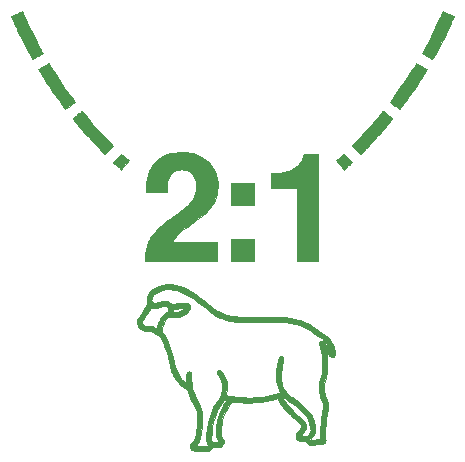
<source format=gbr>
G04 #@! TF.GenerationSoftware,KiCad,Pcbnew,5.1.5+dfsg1-2build2*
G04 #@! TF.CreationDate,2021-05-19T21:22:57-04:00*
G04 #@! TF.ProjectId,ocean_tile_sheep,6f636561-6e5f-4746-996c-655f73686565,rev?*
G04 #@! TF.SameCoordinates,Original*
G04 #@! TF.FileFunction,Legend,Top*
G04 #@! TF.FilePolarity,Positive*
%FSLAX46Y46*%
G04 Gerber Fmt 4.6, Leading zero omitted, Abs format (unit mm)*
G04 Created by KiCad (PCBNEW 5.1.5+dfsg1-2build2) date 2021-05-19 21:22:57*
%MOMM*%
%LPD*%
G04 APERTURE LIST*
%ADD10C,0.010000*%
G04 APERTURE END LIST*
D10*
G36*
X-5029239Y-7129713D02*
G01*
X-4691678Y-7174463D01*
X-4346007Y-7260346D01*
X-3992535Y-7387322D01*
X-3672416Y-7534466D01*
X-3453729Y-7649055D01*
X-3246156Y-7766790D01*
X-3043421Y-7891949D01*
X-2839246Y-8028810D01*
X-2627355Y-8181650D01*
X-2401471Y-8354746D01*
X-2155319Y-8552376D01*
X-2042805Y-8645032D01*
X-1833858Y-8816638D01*
X-1651292Y-8962832D01*
X-1490376Y-9086913D01*
X-1346378Y-9192176D01*
X-1214569Y-9281919D01*
X-1090215Y-9359438D01*
X-968587Y-9428030D01*
X-844953Y-9490992D01*
X-793750Y-9515399D01*
X-528758Y-9625986D01*
X-243661Y-9718273D01*
X64202Y-9792613D01*
X397494Y-9849356D01*
X758878Y-9888857D01*
X1151017Y-9911466D01*
X1576573Y-9917538D01*
X2038209Y-9907423D01*
X2137834Y-9903369D01*
X2358847Y-9894883D01*
X2594683Y-9887930D01*
X2840090Y-9882512D01*
X3089818Y-9878633D01*
X3338615Y-9876294D01*
X3581231Y-9875499D01*
X3812415Y-9876250D01*
X4026915Y-9878549D01*
X4219481Y-9882400D01*
X4384863Y-9887804D01*
X4517808Y-9894764D01*
X4603750Y-9902173D01*
X5046601Y-9962922D01*
X5452385Y-10040200D01*
X5823349Y-10134821D01*
X6161734Y-10247602D01*
X6469787Y-10379361D01*
X6749750Y-10530913D01*
X7003869Y-10703074D01*
X7164917Y-10833961D01*
X7285056Y-10926619D01*
X7430069Y-11018763D01*
X7536341Y-11076599D01*
X7810359Y-11230901D01*
X8046981Y-11398242D01*
X8250120Y-11582401D01*
X8423688Y-11787159D01*
X8571597Y-12016294D01*
X8636121Y-12139084D01*
X8701951Y-12286336D01*
X8760967Y-12443578D01*
X8811058Y-12602678D01*
X8850112Y-12755502D01*
X8876018Y-12893919D01*
X8886665Y-13009795D01*
X8881906Y-13085760D01*
X8857081Y-13148608D01*
X8813238Y-13210385D01*
X8803680Y-13220168D01*
X8757952Y-13257620D01*
X8710955Y-13276137D01*
X8644593Y-13281907D01*
X8622608Y-13282084D01*
X8556039Y-13279996D01*
X8510766Y-13268701D01*
X8470657Y-13240649D01*
X8419577Y-13188293D01*
X8417623Y-13186177D01*
X8351512Y-13112621D01*
X8279909Y-13030093D01*
X8243490Y-12986806D01*
X8157897Y-12883341D01*
X8187609Y-13146212D01*
X8196777Y-13250333D01*
X8204943Y-13387649D01*
X8211745Y-13549027D01*
X8216820Y-13725334D01*
X8219806Y-13907438D01*
X8220286Y-13970000D01*
X8220326Y-14178810D01*
X8217478Y-14352641D01*
X8210913Y-14498797D01*
X8199803Y-14624582D01*
X8183321Y-14737302D01*
X8160638Y-14844260D01*
X8130926Y-14952760D01*
X8096718Y-15060084D01*
X8015037Y-15341808D01*
X7965729Y-15603674D01*
X7947925Y-15852033D01*
X7958279Y-16070792D01*
X7983331Y-16249434D01*
X8021946Y-16420946D01*
X8077947Y-16599776D01*
X8144612Y-16774584D01*
X8185494Y-16880059D01*
X8224306Y-16988527D01*
X8255289Y-17083538D01*
X8266838Y-17123834D01*
X8295772Y-17290313D01*
X8302971Y-17475983D01*
X8288610Y-17663811D01*
X8259763Y-17811750D01*
X8223906Y-17969626D01*
X8188368Y-18167482D01*
X8153448Y-18402968D01*
X8119450Y-18673731D01*
X8086672Y-18977418D01*
X8055417Y-19311678D01*
X8032810Y-19585424D01*
X8022212Y-19724152D01*
X8015330Y-19828646D01*
X8012329Y-19906856D01*
X8013377Y-19966732D01*
X8018637Y-20016224D01*
X8028277Y-20063284D01*
X8042462Y-20115860D01*
X8043981Y-20121182D01*
X8072065Y-20232008D01*
X8083015Y-20316598D01*
X8076788Y-20387449D01*
X8053338Y-20457058D01*
X8042709Y-20480041D01*
X8016407Y-20528760D01*
X7986449Y-20567931D01*
X7947912Y-20598913D01*
X7895872Y-20623065D01*
X7825405Y-20641749D01*
X7731589Y-20656323D01*
X7609498Y-20668148D01*
X7454211Y-20678583D01*
X7291917Y-20687402D01*
X7119178Y-20695310D01*
X6967080Y-20700372D01*
X6840696Y-20702516D01*
X6745096Y-20701669D01*
X6685352Y-20697758D01*
X6676492Y-20696268D01*
X6574596Y-20655468D01*
X6482069Y-20583859D01*
X6412581Y-20492746D01*
X6400181Y-20467729D01*
X6363020Y-20383500D01*
X6122997Y-20383500D01*
X5981768Y-20379946D01*
X5873768Y-20367840D01*
X5790376Y-20345020D01*
X5722974Y-20309323D01*
X5676187Y-20271365D01*
X5601669Y-20174514D01*
X5557691Y-20057840D01*
X5546799Y-19933275D01*
X5571537Y-19812750D01*
X5575995Y-19801554D01*
X5599960Y-19758635D01*
X5644739Y-19691074D01*
X5704547Y-19607162D01*
X5773599Y-19515191D01*
X5795466Y-19486994D01*
X5887650Y-19364617D01*
X5952092Y-19267300D01*
X5990877Y-19190064D01*
X6006090Y-19127926D01*
X5999817Y-19075908D01*
X5982326Y-19040632D01*
X5968053Y-19022319D01*
X5941957Y-18993755D01*
X5901778Y-18952775D01*
X5845260Y-18897213D01*
X5770143Y-18824905D01*
X5674169Y-18733685D01*
X5555080Y-18621389D01*
X5410618Y-18485851D01*
X5238525Y-18324907D01*
X5134605Y-18227879D01*
X4944583Y-18044289D01*
X4761891Y-17855828D01*
X4594520Y-17671134D01*
X4450463Y-17498842D01*
X4400939Y-17435043D01*
X4327599Y-17333099D01*
X4250934Y-17218106D01*
X4177236Y-17100308D01*
X4112795Y-16989947D01*
X4063902Y-16897267D01*
X4045257Y-16855921D01*
X4018157Y-16789091D01*
X3830328Y-16840561D01*
X3456375Y-16932115D01*
X3055190Y-17010274D01*
X2640385Y-17072770D01*
X2225573Y-17117336D01*
X2116667Y-17125906D01*
X1973053Y-17133518D01*
X1800381Y-17138216D01*
X1607886Y-17140130D01*
X1404804Y-17139393D01*
X1200372Y-17136135D01*
X1003826Y-17130488D01*
X824402Y-17122585D01*
X671335Y-17112556D01*
X582084Y-17104030D01*
X477386Y-17092325D01*
X366633Y-17080424D01*
X275167Y-17071041D01*
X137584Y-17057482D01*
X8203Y-17244116D01*
X-189101Y-17542546D01*
X-353555Y-17823258D01*
X-487289Y-18092377D01*
X-592429Y-18356033D01*
X-671104Y-18620354D01*
X-725442Y-18891466D01*
X-757572Y-19175498D01*
X-769621Y-19478578D01*
X-769664Y-19483917D01*
X-772583Y-19864917D01*
X-650875Y-20119313D01*
X-585057Y-20268438D01*
X-545143Y-20391086D01*
X-531076Y-20494222D01*
X-542800Y-20584810D01*
X-580258Y-20669814D01*
X-643396Y-20756198D01*
X-645723Y-20758927D01*
X-704322Y-20819284D01*
X-766023Y-20862361D01*
X-838615Y-20890216D01*
X-929891Y-20904908D01*
X-1047641Y-20908495D01*
X-1192669Y-20903408D01*
X-1475260Y-20888433D01*
X-1500954Y-20950464D01*
X-1544867Y-21021354D01*
X-1613470Y-21095417D01*
X-1692564Y-21159099D01*
X-1756833Y-21194701D01*
X-1797787Y-21209888D01*
X-1840398Y-21221515D01*
X-1890147Y-21229810D01*
X-1952514Y-21235004D01*
X-2032978Y-21237329D01*
X-2137019Y-21237015D01*
X-2270117Y-21234292D01*
X-2437751Y-21229391D01*
X-2518833Y-21226770D01*
X-2710766Y-21220337D01*
X-2865198Y-21214517D01*
X-2986943Y-21208586D01*
X-3080811Y-21201821D01*
X-3151617Y-21193498D01*
X-3204170Y-21182894D01*
X-3243285Y-21169285D01*
X-3273773Y-21151948D01*
X-3300445Y-21130160D01*
X-3325866Y-21105448D01*
X-3395452Y-21016680D01*
X-3427515Y-20924672D01*
X-3421755Y-20826124D01*
X-3377875Y-20717735D01*
X-3295576Y-20596205D01*
X-3277742Y-20574000D01*
X-3205983Y-20483342D01*
X-3131081Y-20383743D01*
X-3066569Y-20293315D01*
X-3052781Y-20272959D01*
X-3020362Y-20223495D01*
X-2995237Y-20180568D01*
X-2975274Y-20136922D01*
X-2958342Y-20085302D01*
X-2942307Y-20018452D01*
X-2925038Y-19929117D01*
X-2904404Y-19810040D01*
X-2887976Y-19712043D01*
X-2852280Y-19492858D01*
X-2824313Y-19306743D01*
X-2803237Y-19145309D01*
X-2788214Y-19000171D01*
X-2778406Y-18862938D01*
X-2772974Y-18725225D01*
X-2771080Y-18578642D01*
X-2771058Y-18542000D01*
X-2777446Y-18292039D01*
X-2797224Y-18074771D01*
X-2832371Y-17882122D01*
X-2884867Y-17706018D01*
X-2956692Y-17538384D01*
X-3049825Y-17371148D01*
X-3063553Y-17349093D01*
X-3219799Y-17078356D01*
X-3359172Y-16792084D01*
X-3476093Y-16502981D01*
X-3564984Y-16223754D01*
X-3575960Y-16181917D01*
X-3598059Y-16123487D01*
X-3636912Y-16077640D01*
X-3698449Y-16033755D01*
X-3972027Y-15844399D01*
X-4219449Y-15637901D01*
X-4436636Y-15418366D01*
X-4619511Y-15189904D01*
X-4759626Y-14964834D01*
X-4817252Y-14852045D01*
X-4869527Y-14737515D01*
X-4918204Y-14615763D01*
X-4965040Y-14481305D01*
X-5011789Y-14328662D01*
X-5060205Y-14152349D01*
X-5112044Y-13946885D01*
X-5169059Y-13706788D01*
X-5186483Y-13631334D01*
X-5281217Y-13241946D01*
X-5378263Y-12889824D01*
X-5479275Y-12569909D01*
X-5585905Y-12277137D01*
X-5699807Y-12006449D01*
X-5757668Y-11882630D01*
X-5820555Y-11757906D01*
X-5873599Y-11665952D01*
X-5921286Y-11599705D01*
X-5966990Y-11553048D01*
X-6017118Y-11515323D01*
X-6094823Y-11463033D01*
X-6192406Y-11400774D01*
X-6302170Y-11333144D01*
X-6416416Y-11264738D01*
X-6527447Y-11200154D01*
X-6627565Y-11143989D01*
X-6709072Y-11100840D01*
X-6764270Y-11075303D01*
X-6771200Y-11072804D01*
X-6820778Y-11063358D01*
X-6901190Y-11055648D01*
X-7000945Y-11050515D01*
X-7099283Y-11048793D01*
X-7213459Y-11047723D01*
X-7295983Y-11043751D01*
X-7357516Y-11035412D01*
X-7408715Y-11021241D01*
X-7460238Y-10999773D01*
X-7462056Y-10998928D01*
X-7578308Y-10923219D01*
X-7680287Y-10815679D01*
X-7764270Y-10685054D01*
X-7826535Y-10540092D01*
X-7863358Y-10389537D01*
X-7868421Y-10292087D01*
X-7450666Y-10292087D01*
X-7440786Y-10349315D01*
X-7415539Y-10424409D01*
X-7381518Y-10502071D01*
X-7345316Y-10567005D01*
X-7317572Y-10600916D01*
X-7283104Y-10614564D01*
X-7215295Y-10624578D01*
X-7110943Y-10631298D01*
X-7001941Y-10634475D01*
X-6859979Y-10639221D01*
X-6747594Y-10649538D01*
X-6652085Y-10668799D01*
X-6560754Y-10700381D01*
X-6460900Y-10747656D01*
X-6351845Y-10807203D01*
X-6279747Y-10847289D01*
X-6223643Y-10877356D01*
X-6192095Y-10892866D01*
X-6188221Y-10893941D01*
X-6183132Y-10872960D01*
X-6172321Y-10819865D01*
X-6157695Y-10744181D01*
X-6149848Y-10702451D01*
X-6076840Y-10415935D01*
X-5969212Y-10153768D01*
X-5826976Y-9915972D01*
X-5650142Y-9702565D01*
X-5438724Y-9513570D01*
X-5435142Y-9510807D01*
X-5367417Y-9452420D01*
X-4861256Y-9452420D01*
X-4850137Y-9470283D01*
X-4805437Y-9480520D01*
X-4735178Y-9483341D01*
X-4647381Y-9478957D01*
X-4550067Y-9467578D01*
X-4451257Y-9449414D01*
X-4414689Y-9440702D01*
X-4243197Y-9386004D01*
X-4084250Y-9314666D01*
X-3950179Y-9232582D01*
X-3905250Y-9197179D01*
X-3820583Y-9124423D01*
X-3971269Y-9123628D01*
X-4114051Y-9130739D01*
X-4283020Y-9152036D01*
X-4465261Y-9185479D01*
X-4647859Y-9229032D01*
X-4660132Y-9232355D01*
X-4741272Y-9255442D01*
X-4790557Y-9274099D01*
X-4817136Y-9294414D01*
X-4830159Y-9322478D01*
X-4835998Y-9349407D01*
X-4848605Y-9407867D01*
X-4860623Y-9450719D01*
X-4861256Y-9452420D01*
X-5367417Y-9452420D01*
X-5343852Y-9432105D01*
X-5286312Y-9359045D01*
X-5256761Y-9282075D01*
X-5249333Y-9202678D01*
X-5266384Y-9103212D01*
X-5315539Y-9028256D01*
X-5393803Y-8978657D01*
X-5498179Y-8955258D01*
X-5625671Y-8958906D01*
X-5773283Y-8990445D01*
X-5876917Y-9025653D01*
X-5978589Y-9061947D01*
X-6084142Y-9094978D01*
X-6174962Y-9119042D01*
X-6196878Y-9123723D01*
X-6295155Y-9135620D01*
X-6410925Y-9138844D01*
X-6526829Y-9133785D01*
X-6625508Y-9120836D01*
X-6656916Y-9113348D01*
X-6671611Y-9114174D01*
X-6691056Y-9126464D01*
X-6717763Y-9153551D01*
X-6754246Y-9198770D01*
X-6803017Y-9265456D01*
X-6866590Y-9356943D01*
X-6947478Y-9476564D01*
X-7048193Y-9627655D01*
X-7074958Y-9668010D01*
X-7197510Y-9854662D01*
X-7295486Y-10007761D01*
X-7369268Y-10127944D01*
X-7419241Y-10215850D01*
X-7445790Y-10272116D01*
X-7450666Y-10292087D01*
X-7868421Y-10292087D01*
X-7871017Y-10242135D01*
X-7845789Y-10106632D01*
X-7844037Y-10101566D01*
X-7825326Y-10064033D01*
X-7785868Y-9996211D01*
X-7728653Y-9902859D01*
X-7656676Y-9788736D01*
X-7572929Y-9658602D01*
X-7480403Y-9517218D01*
X-7408395Y-9408677D01*
X-7002717Y-8800711D01*
X-7038864Y-8667174D01*
X-7067971Y-8492966D01*
X-7067252Y-8430952D01*
X-6653280Y-8430952D01*
X-6635459Y-8542809D01*
X-6592417Y-8636099D01*
X-6565513Y-8668740D01*
X-6532422Y-8698520D01*
X-6499733Y-8714489D01*
X-6454321Y-8719640D01*
X-6383060Y-8716967D01*
X-6360583Y-8715489D01*
X-6238196Y-8698001D01*
X-6103085Y-8659631D01*
X-6011333Y-8625515D01*
X-5804485Y-8559292D01*
X-5610361Y-8531188D01*
X-5424050Y-8540836D01*
X-5289860Y-8571597D01*
X-5201532Y-8602052D01*
X-5134146Y-8636937D01*
X-5070382Y-8686821D01*
X-5016660Y-8738287D01*
X-4896434Y-8858513D01*
X-4707759Y-8809839D01*
X-4456684Y-8753790D01*
X-4220018Y-8718204D01*
X-4002307Y-8703203D01*
X-3808097Y-8708912D01*
X-3641936Y-8735452D01*
X-3519292Y-8777644D01*
X-3439980Y-8837235D01*
X-3385727Y-8925362D01*
X-3361447Y-9033331D01*
X-3360615Y-9058432D01*
X-3381003Y-9179162D01*
X-3439647Y-9301406D01*
X-3532772Y-9421650D01*
X-3656601Y-9536379D01*
X-3807357Y-9642080D01*
X-3981263Y-9735239D01*
X-4168858Y-9810418D01*
X-4324294Y-9856017D01*
X-4480824Y-9885726D01*
X-4650004Y-9900889D01*
X-4843390Y-9902850D01*
X-4938304Y-9899911D01*
X-5238750Y-9887633D01*
X-5355166Y-10009768D01*
X-5499710Y-10187777D01*
X-5612043Y-10386094D01*
X-5693779Y-10608464D01*
X-5746530Y-10858633D01*
X-5757350Y-10943315D01*
X-5767647Y-11041875D01*
X-5772198Y-11106693D01*
X-5770506Y-11146031D01*
X-5762073Y-11168156D01*
X-5746404Y-11181330D01*
X-5742920Y-11183310D01*
X-5668898Y-11241426D01*
X-5587167Y-11336872D01*
X-5500214Y-11465891D01*
X-5410527Y-11624725D01*
X-5320593Y-11809617D01*
X-5304488Y-11845559D01*
X-5222094Y-12041877D01*
X-5142369Y-12253275D01*
X-5064026Y-12484008D01*
X-4985775Y-12738329D01*
X-4906326Y-13020493D01*
X-4824390Y-13334752D01*
X-4738677Y-13685362D01*
X-4709994Y-13806985D01*
X-4644827Y-14068876D01*
X-4579412Y-14294775D01*
X-4510966Y-14490947D01*
X-4436703Y-14663658D01*
X-4353840Y-14819173D01*
X-4259592Y-14963756D01*
X-4151174Y-15103674D01*
X-4114569Y-15146715D01*
X-4065303Y-15199493D01*
X-4000823Y-15262995D01*
X-3928404Y-15330735D01*
X-3855321Y-15396228D01*
X-3788848Y-15452986D01*
X-3736260Y-15494524D01*
X-3704832Y-15514357D01*
X-3701299Y-15515167D01*
X-3699199Y-15495591D01*
X-3700594Y-15442877D01*
X-3705127Y-15366043D01*
X-3709475Y-15308792D01*
X-3716160Y-15187145D01*
X-3717869Y-15056090D01*
X-3715033Y-14925401D01*
X-3708082Y-14804854D01*
X-3697449Y-14704222D01*
X-3683564Y-14633280D01*
X-3679077Y-14619877D01*
X-3632487Y-14553945D01*
X-3561269Y-14513639D01*
X-3477299Y-14503144D01*
X-3401744Y-14522137D01*
X-3345162Y-14559814D01*
X-3309157Y-14615657D01*
X-3291553Y-14696278D01*
X-3290176Y-14808292D01*
X-3292896Y-14853054D01*
X-3297599Y-15042904D01*
X-3287362Y-15260928D01*
X-3263684Y-15496287D01*
X-3228061Y-15738144D01*
X-3181993Y-15975661D01*
X-3126978Y-16198000D01*
X-3090043Y-16320387D01*
X-3009740Y-16537114D01*
X-2911301Y-16756439D01*
X-2802944Y-16960908D01*
X-2740100Y-17063795D01*
X-2617901Y-17269449D01*
X-2521368Y-17472811D01*
X-2448453Y-17681644D01*
X-2397104Y-17903708D01*
X-2365271Y-18146765D01*
X-2350904Y-18418578D01*
X-2349585Y-18542130D01*
X-2352256Y-18728325D01*
X-2360936Y-18911872D01*
X-2376482Y-19101326D01*
X-2399755Y-19305246D01*
X-2431611Y-19532187D01*
X-2472911Y-19790706D01*
X-2477854Y-19820168D01*
X-2509032Y-19994437D01*
X-2539435Y-20135280D01*
X-2572327Y-20251411D01*
X-2610970Y-20351544D01*
X-2658628Y-20444392D01*
X-2718566Y-20538671D01*
X-2777984Y-20621566D01*
X-2833184Y-20697130D01*
X-2865259Y-20745392D01*
X-2876967Y-20772548D01*
X-2871064Y-20784797D01*
X-2852120Y-20788246D01*
X-2815933Y-20789916D01*
X-2745419Y-20792932D01*
X-2648551Y-20796960D01*
X-2533302Y-20801668D01*
X-2434166Y-20805663D01*
X-2309397Y-20810750D01*
X-2196099Y-20815533D01*
X-2102424Y-20819656D01*
X-2036521Y-20822761D01*
X-2009587Y-20824251D01*
X-1952042Y-20816312D01*
X-1916779Y-20799742D01*
X-1897986Y-20783013D01*
X-1891520Y-20762144D01*
X-1898575Y-20727237D01*
X-1920346Y-20668393D01*
X-1937851Y-20625117D01*
X-1968702Y-20540666D01*
X-1988542Y-20459838D01*
X-2000389Y-20366695D01*
X-2006594Y-20261990D01*
X-2006652Y-20249219D01*
X-1583359Y-20249219D01*
X-1579989Y-20340151D01*
X-1572603Y-20398709D01*
X-1569515Y-20408971D01*
X-1554149Y-20439625D01*
X-1531003Y-20457652D01*
X-1489126Y-20467310D01*
X-1417564Y-20472856D01*
X-1403191Y-20473617D01*
X-1236460Y-20481179D01*
X-1106809Y-20484773D01*
X-1015590Y-20484398D01*
X-964155Y-20480052D01*
X-952500Y-20474216D01*
X-961583Y-20449662D01*
X-985790Y-20397349D01*
X-1020555Y-20326998D01*
X-1034537Y-20299591D01*
X-1086830Y-20195148D01*
X-1126232Y-20106562D01*
X-1154520Y-20024858D01*
X-1173472Y-19941062D01*
X-1184867Y-19846200D01*
X-1190483Y-19731297D01*
X-1192099Y-19587378D01*
X-1191975Y-19505084D01*
X-1186923Y-19255131D01*
X-1172754Y-19035174D01*
X-1148024Y-18833576D01*
X-1111286Y-18638701D01*
X-1061096Y-18438913D01*
X-1058373Y-18429175D01*
X-952366Y-18113882D01*
X-808698Y-17787156D01*
X-629195Y-17452831D01*
X-474160Y-17202477D01*
X-420867Y-17119465D01*
X-377435Y-17048861D01*
X-348502Y-16998406D01*
X-338666Y-16976232D01*
X-357554Y-16962222D01*
X-405584Y-16948126D01*
X-438308Y-16942152D01*
X-502179Y-16935530D01*
X-538180Y-16941940D01*
X-559429Y-16963824D01*
X-560016Y-16964813D01*
X-579302Y-16995402D01*
X-617219Y-17053759D01*
X-668892Y-17132445D01*
X-729449Y-17224018D01*
X-752626Y-17258917D01*
X-857112Y-17418816D01*
X-941534Y-17555242D01*
X-1011478Y-17678398D01*
X-1072530Y-17798490D01*
X-1130277Y-17925722D01*
X-1171737Y-18024527D01*
X-1308169Y-18403937D01*
X-1420022Y-18814408D01*
X-1506237Y-19251802D01*
X-1534418Y-19441584D01*
X-1549455Y-19570079D01*
X-1562102Y-19710967D01*
X-1572086Y-19856786D01*
X-1579137Y-20000075D01*
X-1582985Y-20133373D01*
X-1583359Y-20249219D01*
X-2006652Y-20249219D01*
X-2007522Y-20061111D01*
X-1995879Y-19829738D01*
X-1972819Y-19577423D01*
X-1939495Y-19313720D01*
X-1897060Y-19048182D01*
X-1846666Y-18790361D01*
X-1809419Y-18628301D01*
X-1700437Y-18241142D01*
X-1568886Y-17881290D01*
X-1409862Y-17537582D01*
X-1218463Y-17198854D01*
X-1101635Y-17016655D01*
X-973344Y-16815287D01*
X-872821Y-16635466D01*
X-797331Y-16469387D01*
X-744140Y-16309244D01*
X-710511Y-16147230D01*
X-693710Y-15975540D01*
X-690497Y-15843250D01*
X-693142Y-15703974D01*
X-702195Y-15590840D01*
X-719414Y-15487914D01*
X-738344Y-15409334D01*
X-796418Y-15229345D01*
X-874140Y-15044394D01*
X-963722Y-14871547D01*
X-1035751Y-14757630D01*
X-1083197Y-14681286D01*
X-1113682Y-14614420D01*
X-1121833Y-14576571D01*
X-1103013Y-14484221D01*
X-1051680Y-14410740D01*
X-975523Y-14363954D01*
X-900211Y-14351000D01*
X-833783Y-14371699D01*
X-758916Y-14433693D01*
X-675775Y-14536825D01*
X-623633Y-14615738D01*
X-479461Y-14884866D01*
X-371674Y-15168744D01*
X-301139Y-15462239D01*
X-268721Y-15760217D01*
X-275288Y-16057543D01*
X-321705Y-16349084D01*
X-327267Y-16372417D01*
X-343708Y-16441064D01*
X-355253Y-16491955D01*
X-359079Y-16511924D01*
X-338947Y-16524038D01*
X-278585Y-16540945D01*
X-179776Y-16562243D01*
X-44303Y-16587533D01*
X52917Y-16604302D01*
X563514Y-16672647D01*
X1092238Y-16710062D01*
X1629917Y-16716760D01*
X2167384Y-16692952D01*
X2500744Y-16658800D01*
X4434026Y-16658800D01*
X4437650Y-16688294D01*
X4462764Y-16745426D01*
X4505561Y-16823887D01*
X4562236Y-16917371D01*
X4628984Y-17019569D01*
X4701998Y-17124173D01*
X4768841Y-17213762D01*
X4894099Y-17366723D01*
X5045815Y-17535348D01*
X5225900Y-17721595D01*
X5436267Y-17927419D01*
X5678829Y-18154779D01*
X5769530Y-18237842D01*
X5932781Y-18387767D01*
X6066609Y-18514144D01*
X6173871Y-18620812D01*
X6257423Y-18711612D01*
X6320122Y-18790384D01*
X6364824Y-18860968D01*
X6394386Y-18927203D01*
X6411665Y-18992931D01*
X6419518Y-19061991D01*
X6420933Y-19113500D01*
X6418456Y-19200422D01*
X6408381Y-19277919D01*
X6387628Y-19352260D01*
X6353113Y-19429717D01*
X6301753Y-19516560D01*
X6230467Y-19619062D01*
X6136171Y-19743491D01*
X6069448Y-19828525D01*
X5964321Y-19961467D01*
X6235465Y-19955525D01*
X6506609Y-19949584D01*
X6654251Y-19762610D01*
X6720200Y-19677313D01*
X6763759Y-19614701D01*
X6789971Y-19565216D01*
X6803879Y-19519299D01*
X6810527Y-19467393D01*
X6810617Y-19466276D01*
X6808771Y-19365116D01*
X6791638Y-19235295D01*
X6761825Y-19086518D01*
X6721941Y-18928489D01*
X6674595Y-18770912D01*
X6622396Y-18623492D01*
X6567951Y-18495931D01*
X6530703Y-18425015D01*
X6488531Y-18367174D01*
X6415017Y-18283524D01*
X6311384Y-18175304D01*
X6178855Y-18043752D01*
X6018654Y-17890107D01*
X5832003Y-17715608D01*
X5810250Y-17695507D01*
X5561439Y-17472473D01*
X5330354Y-17279533D01*
X5110910Y-17111777D01*
X4931834Y-16987208D01*
X4830293Y-16917609D01*
X4734265Y-16847901D01*
X4652874Y-16784972D01*
X4595243Y-16735713D01*
X4583579Y-16724244D01*
X4520251Y-16664899D01*
X4475135Y-16639620D01*
X4444023Y-16646565D01*
X4434026Y-16658800D01*
X2500744Y-16658800D01*
X2695469Y-16638851D01*
X3205003Y-16554668D01*
X3330552Y-16528482D01*
X3426999Y-16506304D01*
X3540277Y-16478409D01*
X3663289Y-16446753D01*
X3788938Y-16413291D01*
X3910126Y-16379980D01*
X4019759Y-16348775D01*
X4110738Y-16321631D01*
X4175966Y-16300505D01*
X4208348Y-16287352D01*
X4210003Y-16286121D01*
X4205600Y-16264596D01*
X4186659Y-16214018D01*
X4156757Y-16143597D01*
X4141609Y-16109923D01*
X4034858Y-15830893D01*
X3955822Y-15521208D01*
X3924557Y-15340854D01*
X3909416Y-15196142D01*
X3900934Y-15020928D01*
X3898904Y-14826483D01*
X3903123Y-14624079D01*
X3913386Y-14424986D01*
X3929488Y-14240477D01*
X3946965Y-14107584D01*
X3969210Y-13979923D01*
X3996767Y-13841077D01*
X4027350Y-13700931D01*
X4058671Y-13569369D01*
X4088442Y-13456275D01*
X4114377Y-13371535D01*
X4122260Y-13350062D01*
X4170571Y-13275047D01*
X4238502Y-13228701D01*
X4316213Y-13211411D01*
X4393862Y-13223561D01*
X4461608Y-13265540D01*
X4508464Y-13334912D01*
X4518648Y-13366639D01*
X4521931Y-13403052D01*
X4517346Y-13452428D01*
X4503929Y-13523041D01*
X4480715Y-13623168D01*
X4469466Y-13669286D01*
X4418740Y-13888007D01*
X4381110Y-14082305D01*
X4354456Y-14267263D01*
X4336657Y-14457960D01*
X4325593Y-14669479D01*
X4324506Y-14700250D01*
X4322967Y-14988711D01*
X4339727Y-15245355D01*
X4375894Y-15477053D01*
X4432576Y-15690674D01*
X4510880Y-15893087D01*
X4520101Y-15913320D01*
X4622578Y-16106947D01*
X4741087Y-16273741D01*
X4883089Y-16422066D01*
X5056047Y-16560289D01*
X5159519Y-16630192D01*
X5270971Y-16703591D01*
X5377593Y-16777832D01*
X5483738Y-16856543D01*
X5593755Y-16943349D01*
X5711997Y-17041877D01*
X5842813Y-17155752D01*
X5990556Y-17288600D01*
X6159576Y-17444048D01*
X6354224Y-17625722D01*
X6355202Y-17626640D01*
X6479328Y-17744828D01*
X6593566Y-17856924D01*
X6693259Y-17958141D01*
X6773751Y-18043689D01*
X6830385Y-18108780D01*
X6851901Y-18137402D01*
X6946926Y-18303637D01*
X7032595Y-18502865D01*
X7110333Y-18738638D01*
X7147946Y-18876283D01*
X7181314Y-19012691D01*
X7203634Y-19123407D01*
X7217061Y-19222961D01*
X7223746Y-19325883D01*
X7225470Y-19399250D01*
X7225859Y-19506018D01*
X7222651Y-19582343D01*
X7214065Y-19640075D01*
X7198322Y-19691067D01*
X7173641Y-19747169D01*
X7173008Y-19748500D01*
X7137897Y-19810702D01*
X7083036Y-19894456D01*
X7015882Y-19988879D01*
X6943892Y-20083092D01*
X6942551Y-20084778D01*
X6767504Y-20304638D01*
X6839211Y-20292347D01*
X6883957Y-20287431D01*
X6962302Y-20281624D01*
X7065535Y-20275460D01*
X7184944Y-20269473D01*
X7276602Y-20265549D01*
X7409749Y-20259874D01*
X7506079Y-20254514D01*
X7571097Y-20248715D01*
X7610306Y-20241721D01*
X7629209Y-20232778D01*
X7633312Y-20221129D01*
X7632404Y-20216730D01*
X7613478Y-20147726D01*
X7600211Y-20086975D01*
X7592300Y-20026243D01*
X7589443Y-19957295D01*
X7591339Y-19871897D01*
X7597686Y-19761816D01*
X7608181Y-19618818D01*
X7609740Y-19598605D01*
X7636645Y-19272815D01*
X7665519Y-18964237D01*
X7695862Y-18677054D01*
X7727174Y-18415446D01*
X7758955Y-18183594D01*
X7790702Y-17985680D01*
X7821917Y-17825885D01*
X7822069Y-17825198D01*
X7850801Y-17694778D01*
X7871298Y-17597819D01*
X7884401Y-17526431D01*
X7890950Y-17472728D01*
X7891787Y-17428820D01*
X7887755Y-17386819D01*
X7879693Y-17338837D01*
X7876052Y-17319046D01*
X7858387Y-17246831D01*
X7828177Y-17147625D01*
X7789347Y-17033432D01*
X7745827Y-16916255D01*
X7736436Y-16892334D01*
X7655542Y-16671507D01*
X7597729Y-16470434D01*
X7560262Y-16275319D01*
X7540408Y-16072364D01*
X7535334Y-15877717D01*
X7543104Y-15640859D01*
X7568206Y-15420792D01*
X7613326Y-15200881D01*
X7681148Y-14964491D01*
X7684438Y-14954250D01*
X7718374Y-14838020D01*
X7750276Y-14709763D01*
X7774918Y-14591140D01*
X7781445Y-14552084D01*
X7797389Y-14404376D01*
X7806560Y-14222649D01*
X7808985Y-14014665D01*
X7804687Y-13788189D01*
X7793692Y-13550985D01*
X7777530Y-13328176D01*
X7752572Y-13077483D01*
X7722870Y-12859580D01*
X7686720Y-12665033D01*
X7642414Y-12484407D01*
X7598802Y-12340071D01*
X7570950Y-12248869D01*
X7549318Y-12166669D01*
X7537015Y-12105854D01*
X7535334Y-12087349D01*
X7554599Y-12015755D01*
X7605081Y-11955315D01*
X7675805Y-11913699D01*
X7755796Y-11898578D01*
X7797889Y-11903850D01*
X7830121Y-11923284D01*
X7884326Y-11968083D01*
X7953937Y-12032345D01*
X8032391Y-12110166D01*
X8065254Y-12144269D01*
X8150563Y-12232078D01*
X8208812Y-12287350D01*
X8240224Y-12309904D01*
X8245019Y-12299561D01*
X8223419Y-12256139D01*
X8175646Y-12179460D01*
X8121654Y-12098363D01*
X7958013Y-11894253D01*
X7758311Y-11711771D01*
X7523173Y-11551422D01*
X7301796Y-11435620D01*
X7192700Y-11378170D01*
X7081304Y-11308069D01*
X6988631Y-11238557D01*
X6987843Y-11237886D01*
X6727098Y-11032435D01*
X6463656Y-10860109D01*
X6188945Y-10716603D01*
X5894389Y-10597612D01*
X5571416Y-10498831D01*
X5459299Y-10470457D01*
X5095867Y-10395766D01*
X4699422Y-10338757D01*
X4275609Y-10299863D01*
X3830074Y-10279514D01*
X3368461Y-10278141D01*
X3064379Y-10287545D01*
X2761841Y-10300679D01*
X2497266Y-10311638D01*
X2266345Y-10320514D01*
X2064769Y-10327396D01*
X1888229Y-10332377D01*
X1732415Y-10335546D01*
X1593019Y-10336994D01*
X1465731Y-10336812D01*
X1346242Y-10335091D01*
X1230243Y-10331921D01*
X1132417Y-10328208D01*
X788829Y-10308906D01*
X479501Y-10280858D01*
X197042Y-10242897D01*
X-65937Y-10193861D01*
X-316825Y-10132584D01*
X-545003Y-10063843D01*
X-720723Y-10003178D01*
X-883822Y-9939646D01*
X-1039121Y-9870276D01*
X-1191443Y-9792100D01*
X-1345610Y-9702148D01*
X-1506444Y-9597452D01*
X-1678768Y-9475043D01*
X-1867404Y-9331950D01*
X-2077174Y-9165206D01*
X-2296583Y-8985369D01*
X-2540323Y-8786147D01*
X-2759917Y-8612938D01*
X-2961126Y-8461794D01*
X-3149711Y-8328767D01*
X-3331432Y-8209907D01*
X-3512050Y-8101267D01*
X-3697326Y-7998898D01*
X-3852333Y-7919085D01*
X-4114694Y-7795548D01*
X-4355323Y-7699755D01*
X-4582413Y-7629506D01*
X-4804158Y-7582604D01*
X-5028752Y-7556850D01*
X-5228166Y-7549944D01*
X-5370342Y-7551542D01*
X-5484349Y-7558027D01*
X-5584208Y-7570756D01*
X-5683937Y-7591085D01*
X-5704416Y-7596014D01*
X-5905753Y-7658055D01*
X-6092667Y-7740146D01*
X-6260433Y-7838680D01*
X-6404330Y-7950048D01*
X-6519635Y-8070645D01*
X-6601623Y-8196863D01*
X-6643167Y-8312953D01*
X-6653280Y-8430952D01*
X-7067252Y-8430952D01*
X-7065875Y-8312379D01*
X-7033644Y-8139033D01*
X-6987955Y-8016955D01*
X-6888244Y-7853411D01*
X-6751922Y-7697066D01*
X-6584616Y-7552288D01*
X-6391955Y-7423443D01*
X-6179565Y-7314898D01*
X-5990166Y-7242648D01*
X-5678792Y-7163767D01*
X-5358380Y-7126134D01*
X-5029239Y-7129713D01*
G37*
X-5029239Y-7129713D02*
X-4691678Y-7174463D01*
X-4346007Y-7260346D01*
X-3992535Y-7387322D01*
X-3672416Y-7534466D01*
X-3453729Y-7649055D01*
X-3246156Y-7766790D01*
X-3043421Y-7891949D01*
X-2839246Y-8028810D01*
X-2627355Y-8181650D01*
X-2401471Y-8354746D01*
X-2155319Y-8552376D01*
X-2042805Y-8645032D01*
X-1833858Y-8816638D01*
X-1651292Y-8962832D01*
X-1490376Y-9086913D01*
X-1346378Y-9192176D01*
X-1214569Y-9281919D01*
X-1090215Y-9359438D01*
X-968587Y-9428030D01*
X-844953Y-9490992D01*
X-793750Y-9515399D01*
X-528758Y-9625986D01*
X-243661Y-9718273D01*
X64202Y-9792613D01*
X397494Y-9849356D01*
X758878Y-9888857D01*
X1151017Y-9911466D01*
X1576573Y-9917538D01*
X2038209Y-9907423D01*
X2137834Y-9903369D01*
X2358847Y-9894883D01*
X2594683Y-9887930D01*
X2840090Y-9882512D01*
X3089818Y-9878633D01*
X3338615Y-9876294D01*
X3581231Y-9875499D01*
X3812415Y-9876250D01*
X4026915Y-9878549D01*
X4219481Y-9882400D01*
X4384863Y-9887804D01*
X4517808Y-9894764D01*
X4603750Y-9902173D01*
X5046601Y-9962922D01*
X5452385Y-10040200D01*
X5823349Y-10134821D01*
X6161734Y-10247602D01*
X6469787Y-10379361D01*
X6749750Y-10530913D01*
X7003869Y-10703074D01*
X7164917Y-10833961D01*
X7285056Y-10926619D01*
X7430069Y-11018763D01*
X7536341Y-11076599D01*
X7810359Y-11230901D01*
X8046981Y-11398242D01*
X8250120Y-11582401D01*
X8423688Y-11787159D01*
X8571597Y-12016294D01*
X8636121Y-12139084D01*
X8701951Y-12286336D01*
X8760967Y-12443578D01*
X8811058Y-12602678D01*
X8850112Y-12755502D01*
X8876018Y-12893919D01*
X8886665Y-13009795D01*
X8881906Y-13085760D01*
X8857081Y-13148608D01*
X8813238Y-13210385D01*
X8803680Y-13220168D01*
X8757952Y-13257620D01*
X8710955Y-13276137D01*
X8644593Y-13281907D01*
X8622608Y-13282084D01*
X8556039Y-13279996D01*
X8510766Y-13268701D01*
X8470657Y-13240649D01*
X8419577Y-13188293D01*
X8417623Y-13186177D01*
X8351512Y-13112621D01*
X8279909Y-13030093D01*
X8243490Y-12986806D01*
X8157897Y-12883341D01*
X8187609Y-13146212D01*
X8196777Y-13250333D01*
X8204943Y-13387649D01*
X8211745Y-13549027D01*
X8216820Y-13725334D01*
X8219806Y-13907438D01*
X8220286Y-13970000D01*
X8220326Y-14178810D01*
X8217478Y-14352641D01*
X8210913Y-14498797D01*
X8199803Y-14624582D01*
X8183321Y-14737302D01*
X8160638Y-14844260D01*
X8130926Y-14952760D01*
X8096718Y-15060084D01*
X8015037Y-15341808D01*
X7965729Y-15603674D01*
X7947925Y-15852033D01*
X7958279Y-16070792D01*
X7983331Y-16249434D01*
X8021946Y-16420946D01*
X8077947Y-16599776D01*
X8144612Y-16774584D01*
X8185494Y-16880059D01*
X8224306Y-16988527D01*
X8255289Y-17083538D01*
X8266838Y-17123834D01*
X8295772Y-17290313D01*
X8302971Y-17475983D01*
X8288610Y-17663811D01*
X8259763Y-17811750D01*
X8223906Y-17969626D01*
X8188368Y-18167482D01*
X8153448Y-18402968D01*
X8119450Y-18673731D01*
X8086672Y-18977418D01*
X8055417Y-19311678D01*
X8032810Y-19585424D01*
X8022212Y-19724152D01*
X8015330Y-19828646D01*
X8012329Y-19906856D01*
X8013377Y-19966732D01*
X8018637Y-20016224D01*
X8028277Y-20063284D01*
X8042462Y-20115860D01*
X8043981Y-20121182D01*
X8072065Y-20232008D01*
X8083015Y-20316598D01*
X8076788Y-20387449D01*
X8053338Y-20457058D01*
X8042709Y-20480041D01*
X8016407Y-20528760D01*
X7986449Y-20567931D01*
X7947912Y-20598913D01*
X7895872Y-20623065D01*
X7825405Y-20641749D01*
X7731589Y-20656323D01*
X7609498Y-20668148D01*
X7454211Y-20678583D01*
X7291917Y-20687402D01*
X7119178Y-20695310D01*
X6967080Y-20700372D01*
X6840696Y-20702516D01*
X6745096Y-20701669D01*
X6685352Y-20697758D01*
X6676492Y-20696268D01*
X6574596Y-20655468D01*
X6482069Y-20583859D01*
X6412581Y-20492746D01*
X6400181Y-20467729D01*
X6363020Y-20383500D01*
X6122997Y-20383500D01*
X5981768Y-20379946D01*
X5873768Y-20367840D01*
X5790376Y-20345020D01*
X5722974Y-20309323D01*
X5676187Y-20271365D01*
X5601669Y-20174514D01*
X5557691Y-20057840D01*
X5546799Y-19933275D01*
X5571537Y-19812750D01*
X5575995Y-19801554D01*
X5599960Y-19758635D01*
X5644739Y-19691074D01*
X5704547Y-19607162D01*
X5773599Y-19515191D01*
X5795466Y-19486994D01*
X5887650Y-19364617D01*
X5952092Y-19267300D01*
X5990877Y-19190064D01*
X6006090Y-19127926D01*
X5999817Y-19075908D01*
X5982326Y-19040632D01*
X5968053Y-19022319D01*
X5941957Y-18993755D01*
X5901778Y-18952775D01*
X5845260Y-18897213D01*
X5770143Y-18824905D01*
X5674169Y-18733685D01*
X5555080Y-18621389D01*
X5410618Y-18485851D01*
X5238525Y-18324907D01*
X5134605Y-18227879D01*
X4944583Y-18044289D01*
X4761891Y-17855828D01*
X4594520Y-17671134D01*
X4450463Y-17498842D01*
X4400939Y-17435043D01*
X4327599Y-17333099D01*
X4250934Y-17218106D01*
X4177236Y-17100308D01*
X4112795Y-16989947D01*
X4063902Y-16897267D01*
X4045257Y-16855921D01*
X4018157Y-16789091D01*
X3830328Y-16840561D01*
X3456375Y-16932115D01*
X3055190Y-17010274D01*
X2640385Y-17072770D01*
X2225573Y-17117336D01*
X2116667Y-17125906D01*
X1973053Y-17133518D01*
X1800381Y-17138216D01*
X1607886Y-17140130D01*
X1404804Y-17139393D01*
X1200372Y-17136135D01*
X1003826Y-17130488D01*
X824402Y-17122585D01*
X671335Y-17112556D01*
X582084Y-17104030D01*
X477386Y-17092325D01*
X366633Y-17080424D01*
X275167Y-17071041D01*
X137584Y-17057482D01*
X8203Y-17244116D01*
X-189101Y-17542546D01*
X-353555Y-17823258D01*
X-487289Y-18092377D01*
X-592429Y-18356033D01*
X-671104Y-18620354D01*
X-725442Y-18891466D01*
X-757572Y-19175498D01*
X-769621Y-19478578D01*
X-769664Y-19483917D01*
X-772583Y-19864917D01*
X-650875Y-20119313D01*
X-585057Y-20268438D01*
X-545143Y-20391086D01*
X-531076Y-20494222D01*
X-542800Y-20584810D01*
X-580258Y-20669814D01*
X-643396Y-20756198D01*
X-645723Y-20758927D01*
X-704322Y-20819284D01*
X-766023Y-20862361D01*
X-838615Y-20890216D01*
X-929891Y-20904908D01*
X-1047641Y-20908495D01*
X-1192669Y-20903408D01*
X-1475260Y-20888433D01*
X-1500954Y-20950464D01*
X-1544867Y-21021354D01*
X-1613470Y-21095417D01*
X-1692564Y-21159099D01*
X-1756833Y-21194701D01*
X-1797787Y-21209888D01*
X-1840398Y-21221515D01*
X-1890147Y-21229810D01*
X-1952514Y-21235004D01*
X-2032978Y-21237329D01*
X-2137019Y-21237015D01*
X-2270117Y-21234292D01*
X-2437751Y-21229391D01*
X-2518833Y-21226770D01*
X-2710766Y-21220337D01*
X-2865198Y-21214517D01*
X-2986943Y-21208586D01*
X-3080811Y-21201821D01*
X-3151617Y-21193498D01*
X-3204170Y-21182894D01*
X-3243285Y-21169285D01*
X-3273773Y-21151948D01*
X-3300445Y-21130160D01*
X-3325866Y-21105448D01*
X-3395452Y-21016680D01*
X-3427515Y-20924672D01*
X-3421755Y-20826124D01*
X-3377875Y-20717735D01*
X-3295576Y-20596205D01*
X-3277742Y-20574000D01*
X-3205983Y-20483342D01*
X-3131081Y-20383743D01*
X-3066569Y-20293315D01*
X-3052781Y-20272959D01*
X-3020362Y-20223495D01*
X-2995237Y-20180568D01*
X-2975274Y-20136922D01*
X-2958342Y-20085302D01*
X-2942307Y-20018452D01*
X-2925038Y-19929117D01*
X-2904404Y-19810040D01*
X-2887976Y-19712043D01*
X-2852280Y-19492858D01*
X-2824313Y-19306743D01*
X-2803237Y-19145309D01*
X-2788214Y-19000171D01*
X-2778406Y-18862938D01*
X-2772974Y-18725225D01*
X-2771080Y-18578642D01*
X-2771058Y-18542000D01*
X-2777446Y-18292039D01*
X-2797224Y-18074771D01*
X-2832371Y-17882122D01*
X-2884867Y-17706018D01*
X-2956692Y-17538384D01*
X-3049825Y-17371148D01*
X-3063553Y-17349093D01*
X-3219799Y-17078356D01*
X-3359172Y-16792084D01*
X-3476093Y-16502981D01*
X-3564984Y-16223754D01*
X-3575960Y-16181917D01*
X-3598059Y-16123487D01*
X-3636912Y-16077640D01*
X-3698449Y-16033755D01*
X-3972027Y-15844399D01*
X-4219449Y-15637901D01*
X-4436636Y-15418366D01*
X-4619511Y-15189904D01*
X-4759626Y-14964834D01*
X-4817252Y-14852045D01*
X-4869527Y-14737515D01*
X-4918204Y-14615763D01*
X-4965040Y-14481305D01*
X-5011789Y-14328662D01*
X-5060205Y-14152349D01*
X-5112044Y-13946885D01*
X-5169059Y-13706788D01*
X-5186483Y-13631334D01*
X-5281217Y-13241946D01*
X-5378263Y-12889824D01*
X-5479275Y-12569909D01*
X-5585905Y-12277137D01*
X-5699807Y-12006449D01*
X-5757668Y-11882630D01*
X-5820555Y-11757906D01*
X-5873599Y-11665952D01*
X-5921286Y-11599705D01*
X-5966990Y-11553048D01*
X-6017118Y-11515323D01*
X-6094823Y-11463033D01*
X-6192406Y-11400774D01*
X-6302170Y-11333144D01*
X-6416416Y-11264738D01*
X-6527447Y-11200154D01*
X-6627565Y-11143989D01*
X-6709072Y-11100840D01*
X-6764270Y-11075303D01*
X-6771200Y-11072804D01*
X-6820778Y-11063358D01*
X-6901190Y-11055648D01*
X-7000945Y-11050515D01*
X-7099283Y-11048793D01*
X-7213459Y-11047723D01*
X-7295983Y-11043751D01*
X-7357516Y-11035412D01*
X-7408715Y-11021241D01*
X-7460238Y-10999773D01*
X-7462056Y-10998928D01*
X-7578308Y-10923219D01*
X-7680287Y-10815679D01*
X-7764270Y-10685054D01*
X-7826535Y-10540092D01*
X-7863358Y-10389537D01*
X-7868421Y-10292087D01*
X-7450666Y-10292087D01*
X-7440786Y-10349315D01*
X-7415539Y-10424409D01*
X-7381518Y-10502071D01*
X-7345316Y-10567005D01*
X-7317572Y-10600916D01*
X-7283104Y-10614564D01*
X-7215295Y-10624578D01*
X-7110943Y-10631298D01*
X-7001941Y-10634475D01*
X-6859979Y-10639221D01*
X-6747594Y-10649538D01*
X-6652085Y-10668799D01*
X-6560754Y-10700381D01*
X-6460900Y-10747656D01*
X-6351845Y-10807203D01*
X-6279747Y-10847289D01*
X-6223643Y-10877356D01*
X-6192095Y-10892866D01*
X-6188221Y-10893941D01*
X-6183132Y-10872960D01*
X-6172321Y-10819865D01*
X-6157695Y-10744181D01*
X-6149848Y-10702451D01*
X-6076840Y-10415935D01*
X-5969212Y-10153768D01*
X-5826976Y-9915972D01*
X-5650142Y-9702565D01*
X-5438724Y-9513570D01*
X-5435142Y-9510807D01*
X-5367417Y-9452420D01*
X-4861256Y-9452420D01*
X-4850137Y-9470283D01*
X-4805437Y-9480520D01*
X-4735178Y-9483341D01*
X-4647381Y-9478957D01*
X-4550067Y-9467578D01*
X-4451257Y-9449414D01*
X-4414689Y-9440702D01*
X-4243197Y-9386004D01*
X-4084250Y-9314666D01*
X-3950179Y-9232582D01*
X-3905250Y-9197179D01*
X-3820583Y-9124423D01*
X-3971269Y-9123628D01*
X-4114051Y-9130739D01*
X-4283020Y-9152036D01*
X-4465261Y-9185479D01*
X-4647859Y-9229032D01*
X-4660132Y-9232355D01*
X-4741272Y-9255442D01*
X-4790557Y-9274099D01*
X-4817136Y-9294414D01*
X-4830159Y-9322478D01*
X-4835998Y-9349407D01*
X-4848605Y-9407867D01*
X-4860623Y-9450719D01*
X-4861256Y-9452420D01*
X-5367417Y-9452420D01*
X-5343852Y-9432105D01*
X-5286312Y-9359045D01*
X-5256761Y-9282075D01*
X-5249333Y-9202678D01*
X-5266384Y-9103212D01*
X-5315539Y-9028256D01*
X-5393803Y-8978657D01*
X-5498179Y-8955258D01*
X-5625671Y-8958906D01*
X-5773283Y-8990445D01*
X-5876917Y-9025653D01*
X-5978589Y-9061947D01*
X-6084142Y-9094978D01*
X-6174962Y-9119042D01*
X-6196878Y-9123723D01*
X-6295155Y-9135620D01*
X-6410925Y-9138844D01*
X-6526829Y-9133785D01*
X-6625508Y-9120836D01*
X-6656916Y-9113348D01*
X-6671611Y-9114174D01*
X-6691056Y-9126464D01*
X-6717763Y-9153551D01*
X-6754246Y-9198770D01*
X-6803017Y-9265456D01*
X-6866590Y-9356943D01*
X-6947478Y-9476564D01*
X-7048193Y-9627655D01*
X-7074958Y-9668010D01*
X-7197510Y-9854662D01*
X-7295486Y-10007761D01*
X-7369268Y-10127944D01*
X-7419241Y-10215850D01*
X-7445790Y-10272116D01*
X-7450666Y-10292087D01*
X-7868421Y-10292087D01*
X-7871017Y-10242135D01*
X-7845789Y-10106632D01*
X-7844037Y-10101566D01*
X-7825326Y-10064033D01*
X-7785868Y-9996211D01*
X-7728653Y-9902859D01*
X-7656676Y-9788736D01*
X-7572929Y-9658602D01*
X-7480403Y-9517218D01*
X-7408395Y-9408677D01*
X-7002717Y-8800711D01*
X-7038864Y-8667174D01*
X-7067971Y-8492966D01*
X-7067252Y-8430952D01*
X-6653280Y-8430952D01*
X-6635459Y-8542809D01*
X-6592417Y-8636099D01*
X-6565513Y-8668740D01*
X-6532422Y-8698520D01*
X-6499733Y-8714489D01*
X-6454321Y-8719640D01*
X-6383060Y-8716967D01*
X-6360583Y-8715489D01*
X-6238196Y-8698001D01*
X-6103085Y-8659631D01*
X-6011333Y-8625515D01*
X-5804485Y-8559292D01*
X-5610361Y-8531188D01*
X-5424050Y-8540836D01*
X-5289860Y-8571597D01*
X-5201532Y-8602052D01*
X-5134146Y-8636937D01*
X-5070382Y-8686821D01*
X-5016660Y-8738287D01*
X-4896434Y-8858513D01*
X-4707759Y-8809839D01*
X-4456684Y-8753790D01*
X-4220018Y-8718204D01*
X-4002307Y-8703203D01*
X-3808097Y-8708912D01*
X-3641936Y-8735452D01*
X-3519292Y-8777644D01*
X-3439980Y-8837235D01*
X-3385727Y-8925362D01*
X-3361447Y-9033331D01*
X-3360615Y-9058432D01*
X-3381003Y-9179162D01*
X-3439647Y-9301406D01*
X-3532772Y-9421650D01*
X-3656601Y-9536379D01*
X-3807357Y-9642080D01*
X-3981263Y-9735239D01*
X-4168858Y-9810418D01*
X-4324294Y-9856017D01*
X-4480824Y-9885726D01*
X-4650004Y-9900889D01*
X-4843390Y-9902850D01*
X-4938304Y-9899911D01*
X-5238750Y-9887633D01*
X-5355166Y-10009768D01*
X-5499710Y-10187777D01*
X-5612043Y-10386094D01*
X-5693779Y-10608464D01*
X-5746530Y-10858633D01*
X-5757350Y-10943315D01*
X-5767647Y-11041875D01*
X-5772198Y-11106693D01*
X-5770506Y-11146031D01*
X-5762073Y-11168156D01*
X-5746404Y-11181330D01*
X-5742920Y-11183310D01*
X-5668898Y-11241426D01*
X-5587167Y-11336872D01*
X-5500214Y-11465891D01*
X-5410527Y-11624725D01*
X-5320593Y-11809617D01*
X-5304488Y-11845559D01*
X-5222094Y-12041877D01*
X-5142369Y-12253275D01*
X-5064026Y-12484008D01*
X-4985775Y-12738329D01*
X-4906326Y-13020493D01*
X-4824390Y-13334752D01*
X-4738677Y-13685362D01*
X-4709994Y-13806985D01*
X-4644827Y-14068876D01*
X-4579412Y-14294775D01*
X-4510966Y-14490947D01*
X-4436703Y-14663658D01*
X-4353840Y-14819173D01*
X-4259592Y-14963756D01*
X-4151174Y-15103674D01*
X-4114569Y-15146715D01*
X-4065303Y-15199493D01*
X-4000823Y-15262995D01*
X-3928404Y-15330735D01*
X-3855321Y-15396228D01*
X-3788848Y-15452986D01*
X-3736260Y-15494524D01*
X-3704832Y-15514357D01*
X-3701299Y-15515167D01*
X-3699199Y-15495591D01*
X-3700594Y-15442877D01*
X-3705127Y-15366043D01*
X-3709475Y-15308792D01*
X-3716160Y-15187145D01*
X-3717869Y-15056090D01*
X-3715033Y-14925401D01*
X-3708082Y-14804854D01*
X-3697449Y-14704222D01*
X-3683564Y-14633280D01*
X-3679077Y-14619877D01*
X-3632487Y-14553945D01*
X-3561269Y-14513639D01*
X-3477299Y-14503144D01*
X-3401744Y-14522137D01*
X-3345162Y-14559814D01*
X-3309157Y-14615657D01*
X-3291553Y-14696278D01*
X-3290176Y-14808292D01*
X-3292896Y-14853054D01*
X-3297599Y-15042904D01*
X-3287362Y-15260928D01*
X-3263684Y-15496287D01*
X-3228061Y-15738144D01*
X-3181993Y-15975661D01*
X-3126978Y-16198000D01*
X-3090043Y-16320387D01*
X-3009740Y-16537114D01*
X-2911301Y-16756439D01*
X-2802944Y-16960908D01*
X-2740100Y-17063795D01*
X-2617901Y-17269449D01*
X-2521368Y-17472811D01*
X-2448453Y-17681644D01*
X-2397104Y-17903708D01*
X-2365271Y-18146765D01*
X-2350904Y-18418578D01*
X-2349585Y-18542130D01*
X-2352256Y-18728325D01*
X-2360936Y-18911872D01*
X-2376482Y-19101326D01*
X-2399755Y-19305246D01*
X-2431611Y-19532187D01*
X-2472911Y-19790706D01*
X-2477854Y-19820168D01*
X-2509032Y-19994437D01*
X-2539435Y-20135280D01*
X-2572327Y-20251411D01*
X-2610970Y-20351544D01*
X-2658628Y-20444392D01*
X-2718566Y-20538671D01*
X-2777984Y-20621566D01*
X-2833184Y-20697130D01*
X-2865259Y-20745392D01*
X-2876967Y-20772548D01*
X-2871064Y-20784797D01*
X-2852120Y-20788246D01*
X-2815933Y-20789916D01*
X-2745419Y-20792932D01*
X-2648551Y-20796960D01*
X-2533302Y-20801668D01*
X-2434166Y-20805663D01*
X-2309397Y-20810750D01*
X-2196099Y-20815533D01*
X-2102424Y-20819656D01*
X-2036521Y-20822761D01*
X-2009587Y-20824251D01*
X-1952042Y-20816312D01*
X-1916779Y-20799742D01*
X-1897986Y-20783013D01*
X-1891520Y-20762144D01*
X-1898575Y-20727237D01*
X-1920346Y-20668393D01*
X-1937851Y-20625117D01*
X-1968702Y-20540666D01*
X-1988542Y-20459838D01*
X-2000389Y-20366695D01*
X-2006594Y-20261990D01*
X-2006652Y-20249219D01*
X-1583359Y-20249219D01*
X-1579989Y-20340151D01*
X-1572603Y-20398709D01*
X-1569515Y-20408971D01*
X-1554149Y-20439625D01*
X-1531003Y-20457652D01*
X-1489126Y-20467310D01*
X-1417564Y-20472856D01*
X-1403191Y-20473617D01*
X-1236460Y-20481179D01*
X-1106809Y-20484773D01*
X-1015590Y-20484398D01*
X-964155Y-20480052D01*
X-952500Y-20474216D01*
X-961583Y-20449662D01*
X-985790Y-20397349D01*
X-1020555Y-20326998D01*
X-1034537Y-20299591D01*
X-1086830Y-20195148D01*
X-1126232Y-20106562D01*
X-1154520Y-20024858D01*
X-1173472Y-19941062D01*
X-1184867Y-19846200D01*
X-1190483Y-19731297D01*
X-1192099Y-19587378D01*
X-1191975Y-19505084D01*
X-1186923Y-19255131D01*
X-1172754Y-19035174D01*
X-1148024Y-18833576D01*
X-1111286Y-18638701D01*
X-1061096Y-18438913D01*
X-1058373Y-18429175D01*
X-952366Y-18113882D01*
X-808698Y-17787156D01*
X-629195Y-17452831D01*
X-474160Y-17202477D01*
X-420867Y-17119465D01*
X-377435Y-17048861D01*
X-348502Y-16998406D01*
X-338666Y-16976232D01*
X-357554Y-16962222D01*
X-405584Y-16948126D01*
X-438308Y-16942152D01*
X-502179Y-16935530D01*
X-538180Y-16941940D01*
X-559429Y-16963824D01*
X-560016Y-16964813D01*
X-579302Y-16995402D01*
X-617219Y-17053759D01*
X-668892Y-17132445D01*
X-729449Y-17224018D01*
X-752626Y-17258917D01*
X-857112Y-17418816D01*
X-941534Y-17555242D01*
X-1011478Y-17678398D01*
X-1072530Y-17798490D01*
X-1130277Y-17925722D01*
X-1171737Y-18024527D01*
X-1308169Y-18403937D01*
X-1420022Y-18814408D01*
X-1506237Y-19251802D01*
X-1534418Y-19441584D01*
X-1549455Y-19570079D01*
X-1562102Y-19710967D01*
X-1572086Y-19856786D01*
X-1579137Y-20000075D01*
X-1582985Y-20133373D01*
X-1583359Y-20249219D01*
X-2006652Y-20249219D01*
X-2007522Y-20061111D01*
X-1995879Y-19829738D01*
X-1972819Y-19577423D01*
X-1939495Y-19313720D01*
X-1897060Y-19048182D01*
X-1846666Y-18790361D01*
X-1809419Y-18628301D01*
X-1700437Y-18241142D01*
X-1568886Y-17881290D01*
X-1409862Y-17537582D01*
X-1218463Y-17198854D01*
X-1101635Y-17016655D01*
X-973344Y-16815287D01*
X-872821Y-16635466D01*
X-797331Y-16469387D01*
X-744140Y-16309244D01*
X-710511Y-16147230D01*
X-693710Y-15975540D01*
X-690497Y-15843250D01*
X-693142Y-15703974D01*
X-702195Y-15590840D01*
X-719414Y-15487914D01*
X-738344Y-15409334D01*
X-796418Y-15229345D01*
X-874140Y-15044394D01*
X-963722Y-14871547D01*
X-1035751Y-14757630D01*
X-1083197Y-14681286D01*
X-1113682Y-14614420D01*
X-1121833Y-14576571D01*
X-1103013Y-14484221D01*
X-1051680Y-14410740D01*
X-975523Y-14363954D01*
X-900211Y-14351000D01*
X-833783Y-14371699D01*
X-758916Y-14433693D01*
X-675775Y-14536825D01*
X-623633Y-14615738D01*
X-479461Y-14884866D01*
X-371674Y-15168744D01*
X-301139Y-15462239D01*
X-268721Y-15760217D01*
X-275288Y-16057543D01*
X-321705Y-16349084D01*
X-327267Y-16372417D01*
X-343708Y-16441064D01*
X-355253Y-16491955D01*
X-359079Y-16511924D01*
X-338947Y-16524038D01*
X-278585Y-16540945D01*
X-179776Y-16562243D01*
X-44303Y-16587533D01*
X52917Y-16604302D01*
X563514Y-16672647D01*
X1092238Y-16710062D01*
X1629917Y-16716760D01*
X2167384Y-16692952D01*
X2500744Y-16658800D01*
X4434026Y-16658800D01*
X4437650Y-16688294D01*
X4462764Y-16745426D01*
X4505561Y-16823887D01*
X4562236Y-16917371D01*
X4628984Y-17019569D01*
X4701998Y-17124173D01*
X4768841Y-17213762D01*
X4894099Y-17366723D01*
X5045815Y-17535348D01*
X5225900Y-17721595D01*
X5436267Y-17927419D01*
X5678829Y-18154779D01*
X5769530Y-18237842D01*
X5932781Y-18387767D01*
X6066609Y-18514144D01*
X6173871Y-18620812D01*
X6257423Y-18711612D01*
X6320122Y-18790384D01*
X6364824Y-18860968D01*
X6394386Y-18927203D01*
X6411665Y-18992931D01*
X6419518Y-19061991D01*
X6420933Y-19113500D01*
X6418456Y-19200422D01*
X6408381Y-19277919D01*
X6387628Y-19352260D01*
X6353113Y-19429717D01*
X6301753Y-19516560D01*
X6230467Y-19619062D01*
X6136171Y-19743491D01*
X6069448Y-19828525D01*
X5964321Y-19961467D01*
X6235465Y-19955525D01*
X6506609Y-19949584D01*
X6654251Y-19762610D01*
X6720200Y-19677313D01*
X6763759Y-19614701D01*
X6789971Y-19565216D01*
X6803879Y-19519299D01*
X6810527Y-19467393D01*
X6810617Y-19466276D01*
X6808771Y-19365116D01*
X6791638Y-19235295D01*
X6761825Y-19086518D01*
X6721941Y-18928489D01*
X6674595Y-18770912D01*
X6622396Y-18623492D01*
X6567951Y-18495931D01*
X6530703Y-18425015D01*
X6488531Y-18367174D01*
X6415017Y-18283524D01*
X6311384Y-18175304D01*
X6178855Y-18043752D01*
X6018654Y-17890107D01*
X5832003Y-17715608D01*
X5810250Y-17695507D01*
X5561439Y-17472473D01*
X5330354Y-17279533D01*
X5110910Y-17111777D01*
X4931834Y-16987208D01*
X4830293Y-16917609D01*
X4734265Y-16847901D01*
X4652874Y-16784972D01*
X4595243Y-16735713D01*
X4583579Y-16724244D01*
X4520251Y-16664899D01*
X4475135Y-16639620D01*
X4444023Y-16646565D01*
X4434026Y-16658800D01*
X2500744Y-16658800D01*
X2695469Y-16638851D01*
X3205003Y-16554668D01*
X3330552Y-16528482D01*
X3426999Y-16506304D01*
X3540277Y-16478409D01*
X3663289Y-16446753D01*
X3788938Y-16413291D01*
X3910126Y-16379980D01*
X4019759Y-16348775D01*
X4110738Y-16321631D01*
X4175966Y-16300505D01*
X4208348Y-16287352D01*
X4210003Y-16286121D01*
X4205600Y-16264596D01*
X4186659Y-16214018D01*
X4156757Y-16143597D01*
X4141609Y-16109923D01*
X4034858Y-15830893D01*
X3955822Y-15521208D01*
X3924557Y-15340854D01*
X3909416Y-15196142D01*
X3900934Y-15020928D01*
X3898904Y-14826483D01*
X3903123Y-14624079D01*
X3913386Y-14424986D01*
X3929488Y-14240477D01*
X3946965Y-14107584D01*
X3969210Y-13979923D01*
X3996767Y-13841077D01*
X4027350Y-13700931D01*
X4058671Y-13569369D01*
X4088442Y-13456275D01*
X4114377Y-13371535D01*
X4122260Y-13350062D01*
X4170571Y-13275047D01*
X4238502Y-13228701D01*
X4316213Y-13211411D01*
X4393862Y-13223561D01*
X4461608Y-13265540D01*
X4508464Y-13334912D01*
X4518648Y-13366639D01*
X4521931Y-13403052D01*
X4517346Y-13452428D01*
X4503929Y-13523041D01*
X4480715Y-13623168D01*
X4469466Y-13669286D01*
X4418740Y-13888007D01*
X4381110Y-14082305D01*
X4354456Y-14267263D01*
X4336657Y-14457960D01*
X4325593Y-14669479D01*
X4324506Y-14700250D01*
X4322967Y-14988711D01*
X4339727Y-15245355D01*
X4375894Y-15477053D01*
X4432576Y-15690674D01*
X4510880Y-15893087D01*
X4520101Y-15913320D01*
X4622578Y-16106947D01*
X4741087Y-16273741D01*
X4883089Y-16422066D01*
X5056047Y-16560289D01*
X5159519Y-16630192D01*
X5270971Y-16703591D01*
X5377593Y-16777832D01*
X5483738Y-16856543D01*
X5593755Y-16943349D01*
X5711997Y-17041877D01*
X5842813Y-17155752D01*
X5990556Y-17288600D01*
X6159576Y-17444048D01*
X6354224Y-17625722D01*
X6355202Y-17626640D01*
X6479328Y-17744828D01*
X6593566Y-17856924D01*
X6693259Y-17958141D01*
X6773751Y-18043689D01*
X6830385Y-18108780D01*
X6851901Y-18137402D01*
X6946926Y-18303637D01*
X7032595Y-18502865D01*
X7110333Y-18738638D01*
X7147946Y-18876283D01*
X7181314Y-19012691D01*
X7203634Y-19123407D01*
X7217061Y-19222961D01*
X7223746Y-19325883D01*
X7225470Y-19399250D01*
X7225859Y-19506018D01*
X7222651Y-19582343D01*
X7214065Y-19640075D01*
X7198322Y-19691067D01*
X7173641Y-19747169D01*
X7173008Y-19748500D01*
X7137897Y-19810702D01*
X7083036Y-19894456D01*
X7015882Y-19988879D01*
X6943892Y-20083092D01*
X6942551Y-20084778D01*
X6767504Y-20304638D01*
X6839211Y-20292347D01*
X6883957Y-20287431D01*
X6962302Y-20281624D01*
X7065535Y-20275460D01*
X7184944Y-20269473D01*
X7276602Y-20265549D01*
X7409749Y-20259874D01*
X7506079Y-20254514D01*
X7571097Y-20248715D01*
X7610306Y-20241721D01*
X7629209Y-20232778D01*
X7633312Y-20221129D01*
X7632404Y-20216730D01*
X7613478Y-20147726D01*
X7600211Y-20086975D01*
X7592300Y-20026243D01*
X7589443Y-19957295D01*
X7591339Y-19871897D01*
X7597686Y-19761816D01*
X7608181Y-19618818D01*
X7609740Y-19598605D01*
X7636645Y-19272815D01*
X7665519Y-18964237D01*
X7695862Y-18677054D01*
X7727174Y-18415446D01*
X7758955Y-18183594D01*
X7790702Y-17985680D01*
X7821917Y-17825885D01*
X7822069Y-17825198D01*
X7850801Y-17694778D01*
X7871298Y-17597819D01*
X7884401Y-17526431D01*
X7890950Y-17472728D01*
X7891787Y-17428820D01*
X7887755Y-17386819D01*
X7879693Y-17338837D01*
X7876052Y-17319046D01*
X7858387Y-17246831D01*
X7828177Y-17147625D01*
X7789347Y-17033432D01*
X7745827Y-16916255D01*
X7736436Y-16892334D01*
X7655542Y-16671507D01*
X7597729Y-16470434D01*
X7560262Y-16275319D01*
X7540408Y-16072364D01*
X7535334Y-15877717D01*
X7543104Y-15640859D01*
X7568206Y-15420792D01*
X7613326Y-15200881D01*
X7681148Y-14964491D01*
X7684438Y-14954250D01*
X7718374Y-14838020D01*
X7750276Y-14709763D01*
X7774918Y-14591140D01*
X7781445Y-14552084D01*
X7797389Y-14404376D01*
X7806560Y-14222649D01*
X7808985Y-14014665D01*
X7804687Y-13788189D01*
X7793692Y-13550985D01*
X7777530Y-13328176D01*
X7752572Y-13077483D01*
X7722870Y-12859580D01*
X7686720Y-12665033D01*
X7642414Y-12484407D01*
X7598802Y-12340071D01*
X7570950Y-12248869D01*
X7549318Y-12166669D01*
X7537015Y-12105854D01*
X7535334Y-12087349D01*
X7554599Y-12015755D01*
X7605081Y-11955315D01*
X7675805Y-11913699D01*
X7755796Y-11898578D01*
X7797889Y-11903850D01*
X7830121Y-11923284D01*
X7884326Y-11968083D01*
X7953937Y-12032345D01*
X8032391Y-12110166D01*
X8065254Y-12144269D01*
X8150563Y-12232078D01*
X8208812Y-12287350D01*
X8240224Y-12309904D01*
X8245019Y-12299561D01*
X8223419Y-12256139D01*
X8175646Y-12179460D01*
X8121654Y-12098363D01*
X7958013Y-11894253D01*
X7758311Y-11711771D01*
X7523173Y-11551422D01*
X7301796Y-11435620D01*
X7192700Y-11378170D01*
X7081304Y-11308069D01*
X6988631Y-11238557D01*
X6987843Y-11237886D01*
X6727098Y-11032435D01*
X6463656Y-10860109D01*
X6188945Y-10716603D01*
X5894389Y-10597612D01*
X5571416Y-10498831D01*
X5459299Y-10470457D01*
X5095867Y-10395766D01*
X4699422Y-10338757D01*
X4275609Y-10299863D01*
X3830074Y-10279514D01*
X3368461Y-10278141D01*
X3064379Y-10287545D01*
X2761841Y-10300679D01*
X2497266Y-10311638D01*
X2266345Y-10320514D01*
X2064769Y-10327396D01*
X1888229Y-10332377D01*
X1732415Y-10335546D01*
X1593019Y-10336994D01*
X1465731Y-10336812D01*
X1346242Y-10335091D01*
X1230243Y-10331921D01*
X1132417Y-10328208D01*
X788829Y-10308906D01*
X479501Y-10280858D01*
X197042Y-10242897D01*
X-65937Y-10193861D01*
X-316825Y-10132584D01*
X-545003Y-10063843D01*
X-720723Y-10003178D01*
X-883822Y-9939646D01*
X-1039121Y-9870276D01*
X-1191443Y-9792100D01*
X-1345610Y-9702148D01*
X-1506444Y-9597452D01*
X-1678768Y-9475043D01*
X-1867404Y-9331950D01*
X-2077174Y-9165206D01*
X-2296583Y-8985369D01*
X-2540323Y-8786147D01*
X-2759917Y-8612938D01*
X-2961126Y-8461794D01*
X-3149711Y-8328767D01*
X-3331432Y-8209907D01*
X-3512050Y-8101267D01*
X-3697326Y-7998898D01*
X-3852333Y-7919085D01*
X-4114694Y-7795548D01*
X-4355323Y-7699755D01*
X-4582413Y-7629506D01*
X-4804158Y-7582604D01*
X-5028752Y-7556850D01*
X-5228166Y-7549944D01*
X-5370342Y-7551542D01*
X-5484349Y-7558027D01*
X-5584208Y-7570756D01*
X-5683937Y-7591085D01*
X-5704416Y-7596014D01*
X-5905753Y-7658055D01*
X-6092667Y-7740146D01*
X-6260433Y-7838680D01*
X-6404330Y-7950048D01*
X-6519635Y-8070645D01*
X-6601623Y-8196863D01*
X-6643167Y-8312953D01*
X-6653280Y-8430952D01*
X-7067252Y-8430952D01*
X-7065875Y-8312379D01*
X-7033644Y-8139033D01*
X-6987955Y-8016955D01*
X-6888244Y-7853411D01*
X-6751922Y-7697066D01*
X-6584616Y-7552288D01*
X-6391955Y-7423443D01*
X-6179565Y-7314898D01*
X-5990166Y-7242648D01*
X-5678792Y-7163767D01*
X-5358380Y-7126134D01*
X-5029239Y-7129713D01*
G36*
X-3773200Y4051510D02*
G01*
X-3424732Y4013282D01*
X-3103126Y3948180D01*
X-2804587Y3855065D01*
X-2525321Y3732800D01*
X-2261534Y3580249D01*
X-2061349Y3437385D01*
X-1815981Y3221196D01*
X-1604159Y2979594D01*
X-1426324Y2713553D01*
X-1282917Y2424046D01*
X-1174379Y2112046D01*
X-1101151Y1778525D01*
X-1063675Y1424458D01*
X-1058458Y1224950D01*
X-1073081Y891330D01*
X-1118177Y580912D01*
X-1196045Y285304D01*
X-1308984Y-3888D01*
X-1459293Y-295059D01*
X-1488460Y-344910D01*
X-1584401Y-497673D01*
X-1687129Y-643010D01*
X-1799921Y-783974D01*
X-1926052Y-923619D01*
X-2068797Y-1065001D01*
X-2231433Y-1211173D01*
X-2417235Y-1365189D01*
X-2629479Y-1530105D01*
X-2871439Y-1708974D01*
X-3146393Y-1904851D01*
X-3206750Y-1947117D01*
X-3517000Y-2167985D01*
X-3791162Y-2372262D01*
X-4031248Y-2561801D01*
X-4239274Y-2738460D01*
X-4417251Y-2904092D01*
X-4567194Y-3060555D01*
X-4691118Y-3209702D01*
X-4791034Y-3353390D01*
X-4855234Y-3466042D01*
X-4890587Y-3534834D01*
X-1100666Y-3534834D01*
X-1100666Y-5143500D01*
X-7234985Y-5143500D01*
X-7224884Y-5011209D01*
X-7181930Y-4597233D01*
X-7118833Y-4219144D01*
X-7035188Y-3875378D01*
X-6930589Y-3564370D01*
X-6804630Y-3284556D01*
X-6751100Y-3186116D01*
X-6628498Y-2995801D01*
X-6472697Y-2793197D01*
X-6288855Y-2583928D01*
X-6082129Y-2373621D01*
X-5857677Y-2167899D01*
X-5685006Y-2023375D01*
X-5615025Y-1968606D01*
X-5517336Y-1894314D01*
X-5398712Y-1805535D01*
X-5265925Y-1707306D01*
X-5125747Y-1604664D01*
X-4984951Y-1502647D01*
X-4982664Y-1500999D01*
X-4718578Y-1309693D01*
X-4486126Y-1138806D01*
X-4281617Y-985425D01*
X-4101363Y-846636D01*
X-3941673Y-719526D01*
X-3798857Y-601181D01*
X-3669228Y-488687D01*
X-3549094Y-379130D01*
X-3484648Y-318030D01*
X-3293356Y-116041D01*
X-3141134Y87199D01*
X-3025049Y298236D01*
X-2942171Y523611D01*
X-2889567Y769871D01*
X-2864305Y1043558D01*
X-2863303Y1068916D01*
X-2866106Y1341093D01*
X-2895744Y1583215D01*
X-2953157Y1798718D01*
X-3039285Y1991038D01*
X-3155070Y2163610D01*
X-3166935Y2178239D01*
X-3321549Y2336430D01*
X-3494838Y2457328D01*
X-3688164Y2541551D01*
X-3902894Y2589714D01*
X-4106333Y2602765D01*
X-4344334Y2584317D01*
X-4560948Y2529633D01*
X-4754946Y2439705D01*
X-4925097Y2315522D01*
X-5070171Y2158077D01*
X-5188939Y1968360D01*
X-5280170Y1747361D01*
X-5313977Y1629833D01*
X-5334230Y1535671D01*
X-5349350Y1431090D01*
X-5360314Y1306662D01*
X-5368098Y1152957D01*
X-5370429Y1084791D01*
X-5381665Y719666D01*
X-7112000Y719666D01*
X-7111826Y1042458D01*
X-7096451Y1441415D01*
X-7050568Y1811485D01*
X-6973872Y2153443D01*
X-6866056Y2468065D01*
X-6726816Y2756127D01*
X-6555847Y3018404D01*
X-6352842Y3255672D01*
X-6175277Y3421161D01*
X-5928510Y3606198D01*
X-5662461Y3758881D01*
X-5374969Y3879895D01*
X-5063873Y3969929D01*
X-4727012Y4029667D01*
X-4362224Y4059798D01*
X-4152326Y4064000D01*
X-3773200Y4051510D01*
G37*
X-3773200Y4051510D02*
X-3424732Y4013282D01*
X-3103126Y3948180D01*
X-2804587Y3855065D01*
X-2525321Y3732800D01*
X-2261534Y3580249D01*
X-2061349Y3437385D01*
X-1815981Y3221196D01*
X-1604159Y2979594D01*
X-1426324Y2713553D01*
X-1282917Y2424046D01*
X-1174379Y2112046D01*
X-1101151Y1778525D01*
X-1063675Y1424458D01*
X-1058458Y1224950D01*
X-1073081Y891330D01*
X-1118177Y580912D01*
X-1196045Y285304D01*
X-1308984Y-3888D01*
X-1459293Y-295059D01*
X-1488460Y-344910D01*
X-1584401Y-497673D01*
X-1687129Y-643010D01*
X-1799921Y-783974D01*
X-1926052Y-923619D01*
X-2068797Y-1065001D01*
X-2231433Y-1211173D01*
X-2417235Y-1365189D01*
X-2629479Y-1530105D01*
X-2871439Y-1708974D01*
X-3146393Y-1904851D01*
X-3206750Y-1947117D01*
X-3517000Y-2167985D01*
X-3791162Y-2372262D01*
X-4031248Y-2561801D01*
X-4239274Y-2738460D01*
X-4417251Y-2904092D01*
X-4567194Y-3060555D01*
X-4691118Y-3209702D01*
X-4791034Y-3353390D01*
X-4855234Y-3466042D01*
X-4890587Y-3534834D01*
X-1100666Y-3534834D01*
X-1100666Y-5143500D01*
X-7234985Y-5143500D01*
X-7224884Y-5011209D01*
X-7181930Y-4597233D01*
X-7118833Y-4219144D01*
X-7035188Y-3875378D01*
X-6930589Y-3564370D01*
X-6804630Y-3284556D01*
X-6751100Y-3186116D01*
X-6628498Y-2995801D01*
X-6472697Y-2793197D01*
X-6288855Y-2583928D01*
X-6082129Y-2373621D01*
X-5857677Y-2167899D01*
X-5685006Y-2023375D01*
X-5615025Y-1968606D01*
X-5517336Y-1894314D01*
X-5398712Y-1805535D01*
X-5265925Y-1707306D01*
X-5125747Y-1604664D01*
X-4984951Y-1502647D01*
X-4982664Y-1500999D01*
X-4718578Y-1309693D01*
X-4486126Y-1138806D01*
X-4281617Y-985425D01*
X-4101363Y-846636D01*
X-3941673Y-719526D01*
X-3798857Y-601181D01*
X-3669228Y-488687D01*
X-3549094Y-379130D01*
X-3484648Y-318030D01*
X-3293356Y-116041D01*
X-3141134Y87199D01*
X-3025049Y298236D01*
X-2942171Y523611D01*
X-2889567Y769871D01*
X-2864305Y1043558D01*
X-2863303Y1068916D01*
X-2866106Y1341093D01*
X-2895744Y1583215D01*
X-2953157Y1798718D01*
X-3039285Y1991038D01*
X-3155070Y2163610D01*
X-3166935Y2178239D01*
X-3321549Y2336430D01*
X-3494838Y2457328D01*
X-3688164Y2541551D01*
X-3902894Y2589714D01*
X-4106333Y2602765D01*
X-4344334Y2584317D01*
X-4560948Y2529633D01*
X-4754946Y2439705D01*
X-4925097Y2315522D01*
X-5070171Y2158077D01*
X-5188939Y1968360D01*
X-5280170Y1747361D01*
X-5313977Y1629833D01*
X-5334230Y1535671D01*
X-5349350Y1431090D01*
X-5360314Y1306662D01*
X-5368098Y1152957D01*
X-5370429Y1084791D01*
X-5381665Y719666D01*
X-7112000Y719666D01*
X-7111826Y1042458D01*
X-7096451Y1441415D01*
X-7050568Y1811485D01*
X-6973872Y2153443D01*
X-6866056Y2468065D01*
X-6726816Y2756127D01*
X-6555847Y3018404D01*
X-6352842Y3255672D01*
X-6175277Y3421161D01*
X-5928510Y3606198D01*
X-5662461Y3758881D01*
X-5374969Y3879895D01*
X-5063873Y3969929D01*
X-4727012Y4029667D01*
X-4362224Y4059798D01*
X-4152326Y4064000D01*
X-3773200Y4051510D01*
G36*
X2010834Y-5143500D02*
G01*
X84667Y-5143500D01*
X84667Y-3259667D01*
X2010834Y-3259667D01*
X2010834Y-5143500D01*
G37*
X2010834Y-5143500D02*
X84667Y-5143500D01*
X84667Y-3259667D01*
X2010834Y-3259667D01*
X2010834Y-5143500D01*
G36*
X7450667Y-5143500D02*
G01*
X5651500Y-5143500D01*
X5651500Y1058333D01*
X3492500Y1058333D01*
X3492500Y2257395D01*
X3857625Y2282700D01*
X4238851Y2321905D01*
X4585399Y2384537D01*
X4898150Y2471054D01*
X5177985Y2581912D01*
X5425786Y2717569D01*
X5642432Y2878480D01*
X5828807Y3065103D01*
X5985789Y3277895D01*
X6072940Y3431353D01*
X6121193Y3530464D01*
X6166048Y3630413D01*
X6201040Y3716434D01*
X6214286Y3754182D01*
X6251898Y3873500D01*
X7450667Y3873500D01*
X7450667Y-5143500D01*
G37*
X7450667Y-5143500D02*
X5651500Y-5143500D01*
X5651500Y1058333D01*
X3492500Y1058333D01*
X3492500Y2257395D01*
X3857625Y2282700D01*
X4238851Y2321905D01*
X4585399Y2384537D01*
X4898150Y2471054D01*
X5177985Y2581912D01*
X5425786Y2717569D01*
X5642432Y2878480D01*
X5828807Y3065103D01*
X5985789Y3277895D01*
X6072940Y3431353D01*
X6121193Y3530464D01*
X6166048Y3630413D01*
X6201040Y3716434D01*
X6214286Y3754182D01*
X6251898Y3873500D01*
X7450667Y3873500D01*
X7450667Y-5143500D01*
G36*
X2010834Y-381000D02*
G01*
X84667Y-381000D01*
X84667Y1481666D01*
X2010834Y1481666D01*
X2010834Y-381000D01*
G37*
X2010834Y-381000D02*
X84667Y-381000D01*
X84667Y1481666D01*
X2010834Y1481666D01*
X2010834Y-381000D01*
G36*
X-8969469Y3721601D02*
G01*
X-8878998Y3638995D01*
X-8792758Y3560788D01*
X-8718721Y3494170D01*
X-8664861Y3446337D01*
X-8651482Y3434702D01*
X-8571962Y3366321D01*
X-8895022Y2976245D01*
X-8985762Y2867148D01*
X-9067532Y2769719D01*
X-9136499Y2688456D01*
X-9188826Y2627858D01*
X-9220678Y2592421D01*
X-9228666Y2584993D01*
X-9246947Y2598097D01*
X-9291649Y2635306D01*
X-9357799Y2692326D01*
X-9440423Y2764865D01*
X-9534546Y2848629D01*
X-9546166Y2859041D01*
X-9643200Y2946210D01*
X-9730822Y3025216D01*
X-9803590Y3091126D01*
X-9856061Y3139011D01*
X-9882790Y3163939D01*
X-9883536Y3164676D01*
X-9894474Y3182671D01*
X-9889655Y3206296D01*
X-9864980Y3242278D01*
X-9816349Y3297346D01*
X-9777627Y3338501D01*
X-9710721Y3408957D01*
X-9625038Y3499318D01*
X-9530874Y3598717D01*
X-9438528Y3696291D01*
X-9424599Y3711017D01*
X-9207935Y3940118D01*
X-8969469Y3721601D01*
G37*
X-8969469Y3721601D02*
X-8878998Y3638995D01*
X-8792758Y3560788D01*
X-8718721Y3494170D01*
X-8664861Y3446337D01*
X-8651482Y3434702D01*
X-8571962Y3366321D01*
X-8895022Y2976245D01*
X-8985762Y2867148D01*
X-9067532Y2769719D01*
X-9136499Y2688456D01*
X-9188826Y2627858D01*
X-9220678Y2592421D01*
X-9228666Y2584993D01*
X-9246947Y2598097D01*
X-9291649Y2635306D01*
X-9357799Y2692326D01*
X-9440423Y2764865D01*
X-9534546Y2848629D01*
X-9546166Y2859041D01*
X-9643200Y2946210D01*
X-9730822Y3025216D01*
X-9803590Y3091126D01*
X-9856061Y3139011D01*
X-9882790Y3163939D01*
X-9883536Y3164676D01*
X-9894474Y3182671D01*
X-9889655Y3206296D01*
X-9864980Y3242278D01*
X-9816349Y3297346D01*
X-9777627Y3338501D01*
X-9710721Y3408957D01*
X-9625038Y3499318D01*
X-9530874Y3598717D01*
X-9438528Y3696291D01*
X-9424599Y3711017D01*
X-9207935Y3940118D01*
X-8969469Y3721601D01*
G36*
X9782870Y3751305D02*
G01*
X9876461Y3653903D01*
X9983127Y3542815D01*
X10086660Y3434925D01*
X10139603Y3379720D01*
X10318750Y3192857D01*
X10230343Y3115137D01*
X10183382Y3073674D01*
X10112796Y3011130D01*
X10026568Y2934589D01*
X9932681Y2851133D01*
X9886314Y2809875D01*
X9800036Y2733409D01*
X9725541Y2668019D01*
X9668217Y2618385D01*
X9633453Y2589185D01*
X9625470Y2583381D01*
X9611087Y2599245D01*
X9573471Y2643250D01*
X9516380Y2710926D01*
X9443578Y2797803D01*
X9358822Y2899413D01*
X9295030Y2976147D01*
X8969810Y3367865D01*
X9062197Y3446023D01*
X9112459Y3489634D01*
X9184949Y3553945D01*
X9270747Y3630980D01*
X9360937Y3712767D01*
X9379934Y3730104D01*
X9605284Y3936028D01*
X9782870Y3751305D01*
G37*
X9782870Y3751305D02*
X9876461Y3653903D01*
X9983127Y3542815D01*
X10086660Y3434925D01*
X10139603Y3379720D01*
X10318750Y3192857D01*
X10230343Y3115137D01*
X10183382Y3073674D01*
X10112796Y3011130D01*
X10026568Y2934589D01*
X9932681Y2851133D01*
X9886314Y2809875D01*
X9800036Y2733409D01*
X9725541Y2668019D01*
X9668217Y2618385D01*
X9633453Y2589185D01*
X9625470Y2583381D01*
X9611087Y2599245D01*
X9573471Y2643250D01*
X9516380Y2710926D01*
X9443578Y2797803D01*
X9358822Y2899413D01*
X9295030Y2976147D01*
X8969810Y3367865D01*
X9062197Y3446023D01*
X9112459Y3489634D01*
X9184949Y3553945D01*
X9270747Y3630980D01*
X9360937Y3712767D01*
X9379934Y3730104D01*
X9605284Y3936028D01*
X9782870Y3751305D01*
G36*
X-12534496Y7538728D02*
G01*
X-12494919Y7498213D01*
X-12439863Y7436328D01*
X-12374736Y7358982D01*
X-12359451Y7340302D01*
X-11963765Y6862026D01*
X-11566781Y6398309D01*
X-11160049Y5939620D01*
X-10735118Y5476430D01*
X-10283537Y4999210D01*
X-10281310Y4996890D01*
X-9905204Y4605001D01*
X-10259910Y4249834D01*
X-10360127Y4150064D01*
X-10450570Y4061125D01*
X-10526933Y3987163D01*
X-10584908Y3932323D01*
X-10620190Y3900749D01*
X-10628895Y3894666D01*
X-10646689Y3909344D01*
X-10689832Y3950789D01*
X-10754470Y4015124D01*
X-10836748Y4098469D01*
X-10932813Y4196946D01*
X-11038811Y4306674D01*
X-11054779Y4323291D01*
X-11381075Y4666270D01*
X-11683869Y4991571D01*
X-11971916Y5308937D01*
X-12253967Y5628110D01*
X-12538777Y5958832D01*
X-12761710Y6223000D01*
X-12905722Y6395287D01*
X-13024391Y6538047D01*
X-13119821Y6653981D01*
X-13194119Y6745788D01*
X-13249390Y6816170D01*
X-13287739Y6867827D01*
X-13311272Y6903460D01*
X-13322096Y6925770D01*
X-13322314Y6937458D01*
X-13320330Y6939502D01*
X-13298427Y6956360D01*
X-13248718Y6995907D01*
X-13176225Y7054104D01*
X-13085972Y7126915D01*
X-12982982Y7210302D01*
X-12934579Y7249583D01*
X-12827941Y7335869D01*
X-12732103Y7412812D01*
X-12652001Y7476498D01*
X-12592573Y7523012D01*
X-12558756Y7548441D01*
X-12553190Y7551969D01*
X-12534496Y7538728D01*
G37*
X-12534496Y7538728D02*
X-12494919Y7498213D01*
X-12439863Y7436328D01*
X-12374736Y7358982D01*
X-12359451Y7340302D01*
X-11963765Y6862026D01*
X-11566781Y6398309D01*
X-11160049Y5939620D01*
X-10735118Y5476430D01*
X-10283537Y4999210D01*
X-10281310Y4996890D01*
X-9905204Y4605001D01*
X-10259910Y4249834D01*
X-10360127Y4150064D01*
X-10450570Y4061125D01*
X-10526933Y3987163D01*
X-10584908Y3932323D01*
X-10620190Y3900749D01*
X-10628895Y3894666D01*
X-10646689Y3909344D01*
X-10689832Y3950789D01*
X-10754470Y4015124D01*
X-10836748Y4098469D01*
X-10932813Y4196946D01*
X-11038811Y4306674D01*
X-11054779Y4323291D01*
X-11381075Y4666270D01*
X-11683869Y4991571D01*
X-11971916Y5308937D01*
X-12253967Y5628110D01*
X-12538777Y5958832D01*
X-12761710Y6223000D01*
X-12905722Y6395287D01*
X-13024391Y6538047D01*
X-13119821Y6653981D01*
X-13194119Y6745788D01*
X-13249390Y6816170D01*
X-13287739Y6867827D01*
X-13311272Y6903460D01*
X-13322096Y6925770D01*
X-13322314Y6937458D01*
X-13320330Y6939502D01*
X-13298427Y6956360D01*
X-13248718Y6995907D01*
X-13176225Y7054104D01*
X-13085972Y7126915D01*
X-12982982Y7210302D01*
X-12934579Y7249583D01*
X-12827941Y7335869D01*
X-12732103Y7412812D01*
X-12652001Y7476498D01*
X-12592573Y7523012D01*
X-12558756Y7548441D01*
X-12553190Y7551969D01*
X-12534496Y7538728D01*
G36*
X12965370Y7543774D02*
G01*
X13011254Y7508633D01*
X13078545Y7455630D01*
X13161631Y7389322D01*
X13254900Y7314263D01*
X13352741Y7235007D01*
X13449543Y7156109D01*
X13539693Y7082124D01*
X13617579Y7017607D01*
X13677591Y6967111D01*
X13714117Y6935193D01*
X13722594Y6926586D01*
X13712533Y6905051D01*
X13677156Y6854907D01*
X13619124Y6779318D01*
X13541102Y6681445D01*
X13445750Y6564449D01*
X13335732Y6431494D01*
X13213709Y6285740D01*
X13082344Y6130350D01*
X12944300Y5968485D01*
X12802238Y5803308D01*
X12658821Y5637980D01*
X12516712Y5475663D01*
X12378573Y5319519D01*
X12247066Y5172710D01*
X12228469Y5152123D01*
X12131153Y5045303D01*
X12021975Y4926802D01*
X11904409Y4800271D01*
X11781927Y4669357D01*
X11658004Y4537711D01*
X11536112Y4408980D01*
X11419723Y4286814D01*
X11312313Y4174863D01*
X11217352Y4076774D01*
X11138315Y3996197D01*
X11078676Y3936781D01*
X11041906Y3902175D01*
X11031608Y3894666D01*
X11013124Y3909025D01*
X10969154Y3949350D01*
X10903986Y4011518D01*
X10821910Y4091404D01*
X10727216Y4184884D01*
X10658366Y4253550D01*
X10299948Y4612433D01*
X10669487Y4989091D01*
X11132458Y5472817D01*
X11605321Y5990407D01*
X12089777Y6543765D01*
X12587526Y7134793D01*
X12590588Y7138496D01*
X12684469Y7251558D01*
X12769452Y7353020D01*
X12841850Y7438551D01*
X12897975Y7503818D01*
X12934139Y7544491D01*
X12946505Y7556500D01*
X12965370Y7543774D01*
G37*
X12965370Y7543774D02*
X13011254Y7508633D01*
X13078545Y7455630D01*
X13161631Y7389322D01*
X13254900Y7314263D01*
X13352741Y7235007D01*
X13449543Y7156109D01*
X13539693Y7082124D01*
X13617579Y7017607D01*
X13677591Y6967111D01*
X13714117Y6935193D01*
X13722594Y6926586D01*
X13712533Y6905051D01*
X13677156Y6854907D01*
X13619124Y6779318D01*
X13541102Y6681445D01*
X13445750Y6564449D01*
X13335732Y6431494D01*
X13213709Y6285740D01*
X13082344Y6130350D01*
X12944300Y5968485D01*
X12802238Y5803308D01*
X12658821Y5637980D01*
X12516712Y5475663D01*
X12378573Y5319519D01*
X12247066Y5172710D01*
X12228469Y5152123D01*
X12131153Y5045303D01*
X12021975Y4926802D01*
X11904409Y4800271D01*
X11781927Y4669357D01*
X11658004Y4537711D01*
X11536112Y4408980D01*
X11419723Y4286814D01*
X11312313Y4174863D01*
X11217352Y4076774D01*
X11138315Y3996197D01*
X11078676Y3936781D01*
X11041906Y3902175D01*
X11031608Y3894666D01*
X11013124Y3909025D01*
X10969154Y3949350D01*
X10903986Y4011518D01*
X10821910Y4091404D01*
X10727216Y4184884D01*
X10658366Y4253550D01*
X10299948Y4612433D01*
X10669487Y4989091D01*
X11132458Y5472817D01*
X11605321Y5990407D01*
X12089777Y6543765D01*
X12587526Y7134793D01*
X12590588Y7138496D01*
X12684469Y7251558D01*
X12769452Y7353020D01*
X12841850Y7438551D01*
X12897975Y7503818D01*
X12934139Y7544491D01*
X12946505Y7556500D01*
X12965370Y7543774D01*
G36*
X-15344300Y11576115D02*
G01*
X-15314158Y11527500D01*
X-15271674Y11458017D01*
X-15230384Y11389928D01*
X-15007435Y11028739D01*
X-14761220Y10643890D01*
X-14496928Y10243060D01*
X-14219752Y9833929D01*
X-13934882Y9424178D01*
X-13647508Y9021487D01*
X-13413543Y8701812D01*
X-13140838Y8333707D01*
X-13190294Y8286940D01*
X-13221817Y8260248D01*
X-13281263Y8212732D01*
X-13362720Y8149011D01*
X-13460274Y8073702D01*
X-13568013Y7991421D01*
X-13594089Y7971634D01*
X-13948428Y7703093D01*
X-14221572Y8071011D01*
X-14513976Y8471456D01*
X-14817516Y8899681D01*
X-15124937Y9345339D01*
X-15367097Y9704916D01*
X-15459036Y9843882D01*
X-15556029Y9992191D01*
X-15655472Y10145710D01*
X-15754763Y10300302D01*
X-15851299Y10451834D01*
X-15942480Y10596170D01*
X-16025701Y10729175D01*
X-16098361Y10846713D01*
X-16157858Y10944651D01*
X-16201589Y11018853D01*
X-16226952Y11065184D01*
X-16232180Y11079518D01*
X-16208929Y11095439D01*
X-16156366Y11128264D01*
X-16080580Y11174398D01*
X-15987660Y11230244D01*
X-15883692Y11292207D01*
X-15774765Y11356693D01*
X-15666967Y11420106D01*
X-15566385Y11478850D01*
X-15479108Y11529330D01*
X-15411224Y11567951D01*
X-15368820Y11591118D01*
X-15357360Y11596158D01*
X-15344300Y11576115D01*
G37*
X-15344300Y11576115D02*
X-15314158Y11527500D01*
X-15271674Y11458017D01*
X-15230384Y11389928D01*
X-15007435Y11028739D01*
X-14761220Y10643890D01*
X-14496928Y10243060D01*
X-14219752Y9833929D01*
X-13934882Y9424178D01*
X-13647508Y9021487D01*
X-13413543Y8701812D01*
X-13140838Y8333707D01*
X-13190294Y8286940D01*
X-13221817Y8260248D01*
X-13281263Y8212732D01*
X-13362720Y8149011D01*
X-13460274Y8073702D01*
X-13568013Y7991421D01*
X-13594089Y7971634D01*
X-13948428Y7703093D01*
X-14221572Y8071011D01*
X-14513976Y8471456D01*
X-14817516Y8899681D01*
X-15124937Y9345339D01*
X-15367097Y9704916D01*
X-15459036Y9843882D01*
X-15556029Y9992191D01*
X-15655472Y10145710D01*
X-15754763Y10300302D01*
X-15851299Y10451834D01*
X-15942480Y10596170D01*
X-16025701Y10729175D01*
X-16098361Y10846713D01*
X-16157858Y10944651D01*
X-16201589Y11018853D01*
X-16226952Y11065184D01*
X-16232180Y11079518D01*
X-16208929Y11095439D01*
X-16156366Y11128264D01*
X-16080580Y11174398D01*
X-15987660Y11230244D01*
X-15883692Y11292207D01*
X-15774765Y11356693D01*
X-15666967Y11420106D01*
X-15566385Y11478850D01*
X-15479108Y11529330D01*
X-15411224Y11567951D01*
X-15368820Y11591118D01*
X-15357360Y11596158D01*
X-15344300Y11576115D01*
G36*
X15777003Y11586692D02*
G01*
X15825731Y11559667D01*
X15898582Y11518089D01*
X15989453Y11465547D01*
X16092238Y11405629D01*
X16200835Y11341924D01*
X16309140Y11278022D01*
X16411048Y11217510D01*
X16500457Y11163978D01*
X16571263Y11121014D01*
X16617360Y11092207D01*
X16632284Y11081831D01*
X16624616Y11061304D01*
X16596124Y11009328D01*
X16549277Y10929804D01*
X16486545Y10826629D01*
X16410399Y10703703D01*
X16323310Y10564924D01*
X16227748Y10414192D01*
X16126184Y10255405D01*
X16021087Y10092463D01*
X15914929Y9929263D01*
X15810180Y9769706D01*
X15709310Y9617690D01*
X15625715Y9493250D01*
X15534541Y9359457D01*
X15433015Y9212225D01*
X15323720Y9055152D01*
X15209238Y8891840D01*
X15092152Y8725891D01*
X14975043Y8560904D01*
X14860493Y8400481D01*
X14751086Y8248222D01*
X14649402Y8107728D01*
X14558025Y7982600D01*
X14479536Y7876438D01*
X14416518Y7792845D01*
X14371552Y7735419D01*
X14347221Y7707763D01*
X14343925Y7705807D01*
X14326829Y7718356D01*
X14280739Y7752963D01*
X14210366Y7806068D01*
X14120420Y7874115D01*
X14015612Y7953545D01*
X13944595Y8007432D01*
X13832787Y8093019D01*
X13733130Y8170663D01*
X13650330Y8236585D01*
X13589096Y8287004D01*
X13554135Y8318141D01*
X13547720Y8326078D01*
X13559432Y8348335D01*
X13592497Y8398272D01*
X13642696Y8469834D01*
X13705806Y8556966D01*
X13754237Y8622412D01*
X14082452Y9070162D01*
X14414283Y9537932D01*
X14742579Y10015213D01*
X15060192Y10491494D01*
X15359974Y10956268D01*
X15563133Y11281733D01*
X15625553Y11383071D01*
X15680052Y11471120D01*
X15722875Y11539849D01*
X15750265Y11583224D01*
X15758501Y11595576D01*
X15777003Y11586692D01*
G37*
X15777003Y11586692D02*
X15825731Y11559667D01*
X15898582Y11518089D01*
X15989453Y11465547D01*
X16092238Y11405629D01*
X16200835Y11341924D01*
X16309140Y11278022D01*
X16411048Y11217510D01*
X16500457Y11163978D01*
X16571263Y11121014D01*
X16617360Y11092207D01*
X16632284Y11081831D01*
X16624616Y11061304D01*
X16596124Y11009328D01*
X16549277Y10929804D01*
X16486545Y10826629D01*
X16410399Y10703703D01*
X16323310Y10564924D01*
X16227748Y10414192D01*
X16126184Y10255405D01*
X16021087Y10092463D01*
X15914929Y9929263D01*
X15810180Y9769706D01*
X15709310Y9617690D01*
X15625715Y9493250D01*
X15534541Y9359457D01*
X15433015Y9212225D01*
X15323720Y9055152D01*
X15209238Y8891840D01*
X15092152Y8725891D01*
X14975043Y8560904D01*
X14860493Y8400481D01*
X14751086Y8248222D01*
X14649402Y8107728D01*
X14558025Y7982600D01*
X14479536Y7876438D01*
X14416518Y7792845D01*
X14371552Y7735419D01*
X14347221Y7707763D01*
X14343925Y7705807D01*
X14326829Y7718356D01*
X14280739Y7752963D01*
X14210366Y7806068D01*
X14120420Y7874115D01*
X14015612Y7953545D01*
X13944595Y8007432D01*
X13832787Y8093019D01*
X13733130Y8170663D01*
X13650330Y8236585D01*
X13589096Y8287004D01*
X13554135Y8318141D01*
X13547720Y8326078D01*
X13559432Y8348335D01*
X13592497Y8398272D01*
X13642696Y8469834D01*
X13705806Y8556966D01*
X13754237Y8622412D01*
X14082452Y9070162D01*
X14414283Y9537932D01*
X14742579Y10015213D01*
X15060192Y10491494D01*
X15359974Y10956268D01*
X15563133Y11281733D01*
X15625553Y11383071D01*
X15680052Y11471120D01*
X15722875Y11539849D01*
X15750265Y11583224D01*
X15758501Y11595576D01*
X15777003Y11586692D01*
G36*
X-17596208Y15962677D02*
G01*
X-17570648Y15914290D01*
X-17538824Y15844796D01*
X-17526910Y15816791D01*
X-17421562Y15571081D01*
X-17298561Y15295731D01*
X-17161346Y14997803D01*
X-17013357Y14684361D01*
X-16858033Y14362470D01*
X-16698814Y14039193D01*
X-16539138Y13721594D01*
X-16382447Y13416735D01*
X-16232178Y13131681D01*
X-16108292Y12903381D01*
X-16038676Y12776379D01*
X-15976841Y12662106D01*
X-15925452Y12565609D01*
X-15887175Y12491935D01*
X-15864676Y12446133D01*
X-15859840Y12432938D01*
X-15879924Y12420447D01*
X-15930397Y12390949D01*
X-16005016Y12347981D01*
X-16097538Y12295079D01*
X-16201718Y12235780D01*
X-16311314Y12173621D01*
X-16420082Y12112138D01*
X-16521777Y12054868D01*
X-16610158Y12005347D01*
X-16678979Y11967113D01*
X-16721999Y11943703D01*
X-16733580Y11938000D01*
X-16747556Y11954565D01*
X-16774920Y11996819D01*
X-16793561Y12027958D01*
X-16877562Y12175471D01*
X-16976488Y12355288D01*
X-17087262Y12561395D01*
X-17206807Y12787782D01*
X-17332045Y13028437D01*
X-17459899Y13277349D01*
X-17587291Y13528506D01*
X-17711144Y13775896D01*
X-17828380Y14013508D01*
X-17935922Y14235329D01*
X-18030692Y14435350D01*
X-18074896Y14530916D01*
X-18139191Y14672269D01*
X-18205345Y14819310D01*
X-18271141Y14966948D01*
X-18334360Y15110093D01*
X-18392784Y15243655D01*
X-18444194Y15362544D01*
X-18486373Y15461669D01*
X-18517100Y15535940D01*
X-18534158Y15580267D01*
X-18536787Y15590746D01*
X-18515453Y15601182D01*
X-18461734Y15624991D01*
X-18382304Y15659360D01*
X-18283836Y15701479D01*
X-18173005Y15748534D01*
X-18056484Y15797715D01*
X-17940948Y15846210D01*
X-17833071Y15891206D01*
X-17739527Y15929894D01*
X-17666990Y15959460D01*
X-17622134Y15977093D01*
X-17610837Y15980833D01*
X-17596208Y15962677D01*
G37*
X-17596208Y15962677D02*
X-17570648Y15914290D01*
X-17538824Y15844796D01*
X-17526910Y15816791D01*
X-17421562Y15571081D01*
X-17298561Y15295731D01*
X-17161346Y14997803D01*
X-17013357Y14684361D01*
X-16858033Y14362470D01*
X-16698814Y14039193D01*
X-16539138Y13721594D01*
X-16382447Y13416735D01*
X-16232178Y13131681D01*
X-16108292Y12903381D01*
X-16038676Y12776379D01*
X-15976841Y12662106D01*
X-15925452Y12565609D01*
X-15887175Y12491935D01*
X-15864676Y12446133D01*
X-15859840Y12432938D01*
X-15879924Y12420447D01*
X-15930397Y12390949D01*
X-16005016Y12347981D01*
X-16097538Y12295079D01*
X-16201718Y12235780D01*
X-16311314Y12173621D01*
X-16420082Y12112138D01*
X-16521777Y12054868D01*
X-16610158Y12005347D01*
X-16678979Y11967113D01*
X-16721999Y11943703D01*
X-16733580Y11938000D01*
X-16747556Y11954565D01*
X-16774920Y11996819D01*
X-16793561Y12027958D01*
X-16877562Y12175471D01*
X-16976488Y12355288D01*
X-17087262Y12561395D01*
X-17206807Y12787782D01*
X-17332045Y13028437D01*
X-17459899Y13277349D01*
X-17587291Y13528506D01*
X-17711144Y13775896D01*
X-17828380Y14013508D01*
X-17935922Y14235329D01*
X-18030692Y14435350D01*
X-18074896Y14530916D01*
X-18139191Y14672269D01*
X-18205345Y14819310D01*
X-18271141Y14966948D01*
X-18334360Y15110093D01*
X-18392784Y15243655D01*
X-18444194Y15362544D01*
X-18486373Y15461669D01*
X-18517100Y15535940D01*
X-18534158Y15580267D01*
X-18536787Y15590746D01*
X-18515453Y15601182D01*
X-18461734Y15624991D01*
X-18382304Y15659360D01*
X-18283836Y15701479D01*
X-18173005Y15748534D01*
X-18056484Y15797715D01*
X-17940948Y15846210D01*
X-17833071Y15891206D01*
X-17739527Y15929894D01*
X-17666990Y15959460D01*
X-17622134Y15977093D01*
X-17610837Y15980833D01*
X-17596208Y15962677D01*
G36*
X18023548Y15972083D02*
G01*
X18077778Y15951845D01*
X18160034Y15919305D01*
X18264868Y15876641D01*
X18386835Y15826032D01*
X18475298Y15788819D01*
X18621500Y15726817D01*
X18733072Y15678730D01*
X18814429Y15642120D01*
X18869987Y15614546D01*
X18904163Y15593570D01*
X18921372Y15576753D01*
X18926031Y15561656D01*
X18922556Y15545838D01*
X18921309Y15542467D01*
X18897189Y15483264D01*
X18857698Y15391376D01*
X18805401Y15272463D01*
X18742864Y15132184D01*
X18672652Y14976201D01*
X18597332Y14810173D01*
X18519468Y14639761D01*
X18441627Y14470624D01*
X18366374Y14308422D01*
X18296275Y14158816D01*
X18246717Y14054280D01*
X18168497Y13892353D01*
X18082255Y13717330D01*
X17989956Y13532927D01*
X17893569Y13342860D01*
X17795058Y13150845D01*
X17696392Y12960598D01*
X17599536Y12775833D01*
X17506457Y12600268D01*
X17419122Y12437618D01*
X17339498Y12291598D01*
X17269551Y12165926D01*
X17211249Y12064315D01*
X17166556Y11990483D01*
X17137442Y11948144D01*
X17127285Y11939241D01*
X17105635Y11949753D01*
X17052865Y11978485D01*
X16974446Y12022366D01*
X16875847Y12078324D01*
X16762538Y12143287D01*
X16711084Y12172976D01*
X16591943Y12241872D01*
X16484159Y12304241D01*
X16393481Y12356752D01*
X16325660Y12396075D01*
X16286446Y12418878D01*
X16280066Y12422624D01*
X16273475Y12437493D01*
X16280649Y12469800D01*
X16303517Y12523980D01*
X16344010Y12604466D01*
X16404058Y12715692D01*
X16421073Y12746513D01*
X16803904Y13459431D01*
X17179860Y14202245D01*
X17542772Y14962527D01*
X17779562Y15484520D01*
X17838793Y15617576D01*
X17892407Y15737321D01*
X17938014Y15838474D01*
X17973223Y15915750D01*
X17995644Y15963868D01*
X18002788Y15977840D01*
X18023548Y15972083D01*
G37*
X18023548Y15972083D02*
X18077778Y15951845D01*
X18160034Y15919305D01*
X18264868Y15876641D01*
X18386835Y15826032D01*
X18475298Y15788819D01*
X18621500Y15726817D01*
X18733072Y15678730D01*
X18814429Y15642120D01*
X18869987Y15614546D01*
X18904163Y15593570D01*
X18921372Y15576753D01*
X18926031Y15561656D01*
X18922556Y15545838D01*
X18921309Y15542467D01*
X18897189Y15483264D01*
X18857698Y15391376D01*
X18805401Y15272463D01*
X18742864Y15132184D01*
X18672652Y14976201D01*
X18597332Y14810173D01*
X18519468Y14639761D01*
X18441627Y14470624D01*
X18366374Y14308422D01*
X18296275Y14158816D01*
X18246717Y14054280D01*
X18168497Y13892353D01*
X18082255Y13717330D01*
X17989956Y13532927D01*
X17893569Y13342860D01*
X17795058Y13150845D01*
X17696392Y12960598D01*
X17599536Y12775833D01*
X17506457Y12600268D01*
X17419122Y12437618D01*
X17339498Y12291598D01*
X17269551Y12165926D01*
X17211249Y12064315D01*
X17166556Y11990483D01*
X17137442Y11948144D01*
X17127285Y11939241D01*
X17105635Y11949753D01*
X17052865Y11978485D01*
X16974446Y12022366D01*
X16875847Y12078324D01*
X16762538Y12143287D01*
X16711084Y12172976D01*
X16591943Y12241872D01*
X16484159Y12304241D01*
X16393481Y12356752D01*
X16325660Y12396075D01*
X16286446Y12418878D01*
X16280066Y12422624D01*
X16273475Y12437493D01*
X16280649Y12469800D01*
X16303517Y12523980D01*
X16344010Y12604466D01*
X16404058Y12715692D01*
X16421073Y12746513D01*
X16803904Y13459431D01*
X17179860Y14202245D01*
X17542772Y14962527D01*
X17779562Y15484520D01*
X17838793Y15617576D01*
X17892407Y15737321D01*
X17938014Y15838474D01*
X17973223Y15915750D01*
X17995644Y15963868D01*
X18002788Y15977840D01*
X18023548Y15972083D01*
M02*

</source>
